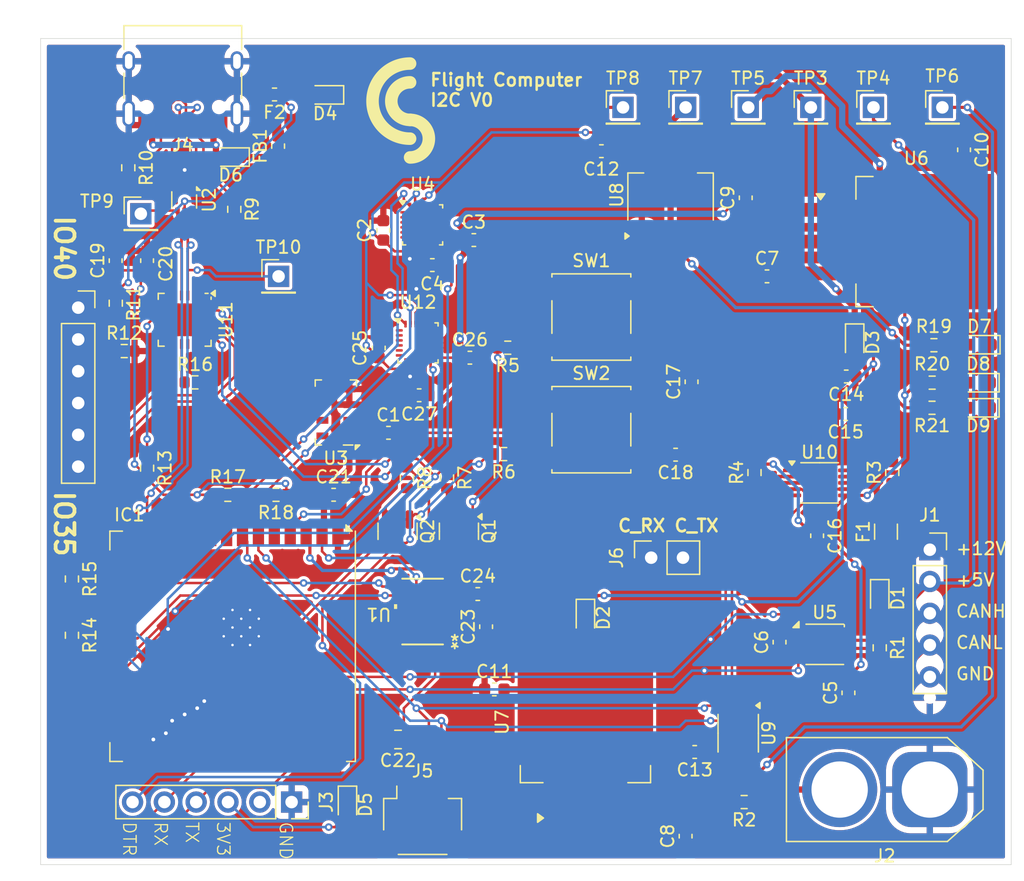
<source format=kicad_pcb>
(kicad_pcb (version 20240108) (generator "pcbnew") (generator_version "8.0")
  (layers (0 "F.Cu" signal) (31 "B.Cu" signal) (34 "B.Paste" user) (35 "F.Paste" user) (36 "B.SilkS" user "B.Silkscreen") (37 "F.SilkS" user "F.Silkscreen") (38 "B.Mask" user) (39 "F.Mask" user) (44 "Edge.Cuts" user))
  (net 0 "")
  (net 1 "GND")
  (net 2 "+3V3")
  (net 3 "+1V8")
  (net 4 "Net-(U4-REGOUT)")
  (net 5 "+5V")
  (net 6 "/Power/V_BATT")
  (net 7 "/Power/5V_LDO")
  (net 8 "/Power/V_BUS_Out")
  (net 9 "Net-(C17-Pad2)")
  (net 10 "Net-(C18-Pad2)")
  (net 11 "Net-(U12-REGOUT)")
  (net 12 "5V_BUS")
  (net 13 "Net-(D1-K)")
  (net 14 "/Flashing/V_USB")
  (net 15 "Net-(D5-A)")
  (net 16 "Net-(D6-K)")
  (net 17 "/Flashing/VBUS")
  (net 18 "Net-(D7-A)")
  (net 19 "Net-(D8-A)")
  (net 20 "Net-(D9-A)")
  (net 21 "Net-(U10-Vbus)")
  (net 22 "Net-(F2-Pad2)")
  (net 23 "/Flashing/D+")
  (net 24 "/CAN Bus/CAN_TX")
  (net 26 "/MCU/INA_ALERT")
  (net 27 "/ICM20948 IMU1/ICM_INT")
  (net 28 "/ADXL375/SCL")
  (net 32 "/Flashing/D-")
  (net 35 "/ADXL375/ADXL_INT2")
  (net 37 "/CAN Bus/CAN_RX")
  (net 38 "/ADXL375/ADXL_INT1")
  (net 40 "/Flashing/EN")
  (net 45 "/Flashing/RX0")
  (net 46 "/Flashing/IO0")
  (net 47 "/Flashing/TX0")
  (net 48 "/ICM20948 IMU/ICM_INT")
  (net 50 "/ADXL375/SDA")
  (net 52 "CANL")
  (net 53 "CANH")
  (net 55 "/Power/BATT_INPUT")
  (net 57 "/Flashing/DTR")
  (net 58 "/Flashing/USB+")
  (net 59 "/Flashing/USB-")
  (net 60 "/Flashing/CC1")
  (net 63 "/Flashing/CC2")
  (net 64 "/Flashing/RTS")
  (net 65 "Net-(Q1-B)")
  (net 66 "Net-(Q2-B)")
  (net 67 "Net-(U11-VBUS)")
  (net 68 "Net-(U11-~{RST})")
  (net 69 "/Flashing/TXD")
  (net 70 "/Flashing/RXD")
  (net 71 "Net-(U11-~{SUSPEND})")
  (net 116 "/MCU/IO39")
  (net 117 "/MCU/IO37")
  (net 118 "/MCU/IO36")
  (net 119 "/MCU/IO38")
  (net 120 "/MCU/IO40")
  (net 121 "/MCU/IO35")
  (footprint "Resistor_SMD:R_0603_1608Metric" (layer "F.Cu") (at 223.6864 111.4937 180)
    (property "Reference" "R20")
    (property "Value" "1k")
  )
  (footprint "Capacitor_SMD:C_0603_1608Metric" (layer "F.Cu") (at 188.0709 130.9913 90)
    (property "Reference" "C23")
    (property "Value" "1uF")
  )
  (footprint "Capacitor_SMD:C_0603_1608Metric" (layer "F.Cu") (at 161 101.745 90)
    (property "Reference" "C20")
    (property "Value" "4.7uF")
  )
  (footprint "Capacitor_SMD:C_0603_1608Metric" (layer "F.Cu") (at 175.895 120.4506)
    (property "Reference" "C21")
    (property "Value" "0.1uF")
  )
  (footprint "Capacitor_SMD:C_0603_1608Metric" (layer "F.Cu") (at 210.5 103)
    (property "Reference" "C7")
    (property "Value" "10uF")
  )
  (footprint "Connector_PinHeader_2.54mm:PinHeader_1x01_P2.54mm_Vertical" (layer "F.Cu") (at 160.5 98)
    (property "Reference" "TP9")
    (property "Value" "D-")
  )
  (footprint "Capacitor_SMD:C_0603_1608Metric" (layer "F.Cu") (at 158.49 101.745 90)
    (property "Reference" "C19")
    (property "Value" ".1uF")
  )
  (footprint "Capacitor_SMD:C_0603_1608Metric" (layer "F.Cu") (at 186.775 109.5)
    (property "Reference" "C26")
    (property "Value" "0.1uF")
  )
  (footprint "Package_LGA:LGA-8_3x5mm_P1.25mm" (layer "F.Cu") (at 176.075 113.875 180)
    (property "Reference" "U3")
    (property "Value" "MS5607-02BA")
  )
  (footprint "Capacitor_SMD:C_0603_1608Metric" (layer "F.Cu") (at 211.5 132.225 90)
    (property "Reference" "C6")
    (property "Value" "0.1uF")
  )
  (footprint "Resistor_SMD:R_0603_1608Metric" (layer "F.Cu") (at 219.5 132.675 -90)
    (property "Reference" "R1")
    (property "Value" "120")
  )
  (footprint "Capacitor_SMD:C_0603_1608Metric" (layer "F.Cu") (at 188.725 136)
    (property "Reference" "C11")
    (property "Value" "10uF")
  )
  (footprint "Fuse:Fuse_0603_1608Metric" (layer "F.Cu") (at 171.175 88.47 180)
    (property "Reference" "F2")
    (property "Value" "5V/3A")
  )
  (footprint "Sensor_Motion:InvenSense_QFN-24_3x3mm_P0.4mm" (layer "F.Cu") (at 183 98.885)
    (property "Reference" "U4")
    (property "Value" "ICM-20948")
  )
  (footprint "Inductor_SMD:L_0603_1608Metric_Pad1.05x0.95mm_HandSolder" (layer "F.Cu") (at 171.4625 92.595 90)
    (property "Reference" "FB1")
    (property "Value" "BLM21PG221")
  )
  (footprint "Package_SO:VSSOP-10_3x3mm_P0.5mm" (layer "F.Cu") (at 208.2 139.5 -90)
    (property "Reference" "U9")
    (property "Value" "INA233")
  )
  (footprint "Package_DFN_QFN:DFN-8-1EP_3x3mm_P0.65mm_EP1.55x2.4mm" (layer "F.Cu") (at 215.1125 132.4)
    (property "Reference" "U5")
    (property "Value" "MCP2542FDxMF")
  )
  (footprint "Capacitor_SMD:C_0603_1608Metric" (layer "F.Cu") (at 179.5 108.725 -90)
    (property "Reference" "C25")
    (property "Value" "0.1uF")
  )
  (footprint "Capacitor_SMD:C_0805_2012Metric_Pad1.18x1.45mm_HandSolder" (layer "F.Cu") (at 181.0375 140 180)
    (property "Reference" "C22")
    (property "Value" "22u")
  )
  (footprint "Resistor_SMD:R_0603_1608Metric" (layer "F.Cu") (at 159.5 94.325 -90)
    (property "Reference" "R10")
    (property "Value" "5.1k")
  )
  (footprint "Fuse:Fuse_1206_3216Metric" (layer "F.Cu") (at 220 123.4 90)
    (property "Reference" "F1")
    (property "Value" "Polyfuse")
  )
  (footprint "Connector_PinSocket_2.54mm:PinSocket_1x06_P2.54mm_Vertical" (layer "F.Cu") (at 155.5 105.5)
    (property "Reference" "J7" (hide yes))
    (property "Value" "Conn_01x06_Pin")
  )
  (footprint "Capacitor_SMD:C_0603_1608Metric" (layer "F.Cu") (at 226.232118 92.89138 -90)
    (property "Reference" "C10")
    (property "Value" "10uF")
  )
  (footprint "Button_Switch_SMD:SW_SPST_B3S-1000" (layer "F.Cu") (at 196.475 106.25)
    (property "Reference" "SW1")
    (property "Value" "EN")
  )
  (footprint "Diode_SMD:D_0603_1608Metric" (layer "F.Cu") (at 219.5 128.7125 -90)
    (property "Reference" "D1")
    (property "Value" "D")
  )
  (footprint "Capacitor_SMD:C_0603_1608Metric" (layer "F.Cu") (at 182.725 112.5)
    (property "Reference" "C27")
    (property "Value" "0.1uF")
  )
  (footprint "Diode_SMD:D_0603_1608Metric" (layer "F.Cu") (at 167.675 93.47 180)
    (property "Reference" "D6")
    (property "Value" "D")
  )
  (footprint "Package_TO_SOT_SMD:SOT-23" (layer "F.Cu") (at 185.9 123.365552 -90)
    (property "Reference" "Q1")
    (property "Value" "NPN")
  )
  (footprint "LED_SMD:LED_0603_1608Metric_Pad1.05x0.95mm_HandSolder" (layer "F.Cu") (at 227.375 111.5 180)
    (property "Reference" "D8")
    (property "Value" "GREEN")
  )
  (footprint "Connector_PinSocket_2.54mm:PinSocket_1x06_P2.54mm_Vertical" (layer "F.Cu") (at 172.54 145 -90)
    (property "Reference" "J3")
    (property "Value" "Conn_01x06_Pin")
  )
  (footprint "Connector_PinHeader_2.54mm:PinHeader_1x01_P2.54mm_Vertical" (layer "F.Cu") (at 204 89.5)
    (property "Reference" "TP7")
    (property "Value" "1V8")
  )
  (footprint "Resistor_SMD:R_0603_1608Metric" (layer "F.Cu") (at 209.5 118.675 90)
    (property "Reference" "R4")
    (property "Value" "1k")
  )
  (footprint "Resistor_SMD:R_0603_1608Metric" (layer "F.Cu") (at 208.675 145 180)
    (property "Reference" "R2")
    (property "Value" "200m")
  )
  (footprint "Diode_SMD:D_0603_1608Metric" (layer "F.Cu") (at 196 130.2875 -90)
    (property "Reference" "D2")
    (property "Value" "D")
  )
  (footprint "Capacitor_SMD:C_0603_1608Metric" (layer "F.Cu") (at 203.2 117.25 180)
    (property "Reference" "C18")
    (property "Value" "0.1uF")
  )
  (footprint "Resistor_SMD:R_0603_1608Metric" (layer "F.Cu") (at 167.445 120.4506)
    (property "Reference" "R17")
    (property "Value" "4.7k")
  )
  (footprint "Package_TO_SOT_SMD:SOT-23" (layer "F.Cu") (at 181 123.365552 -90)
    (property "Reference" "Q2")
    (property "Value" "NPN")
  )
  (footprint "Connector_USB:USB_C_Receptacle_HRO_TYPE-C-31-M-12" (layer "F.Cu") (at 163.8525 86.87 180)
    (property "Reference" "J4")
    (property "Value" "USB_C_Receptacle_USB2.0")
  )
  (footprint "Package_TO_SOT_SMD:SOT-666" (layer "F.Cu") (at 163.9625 96.895 -90)
    (property "Reference" "U2")
    (property "Value" "USBLC6-2P6")
  )
  (footprint "RF_Module:ESP32-S3-WROOM-1U" (layer "F.Cu") (at 167.83 132.555 -90)
    (property "Reference" "IC1")
    (property "Value" "ESP32-S3-WROOM-1U-N16")
  )
  (footprint "Resistor_SMD:R_0603_1608Metric" (layer "F.Cu") (at 155 131.675 -90)
    (property "Reference" "R14")
    (property "Value" "22")
  )
  (footprint "Sensor_Motion:LGA_CC-14-1_ADI" (layer "F.Cu") (at 183 129.7815 180)
    (property "Reference" "U1")
    (property "Value" "ADXL375BCCZ-RL7")
  )
  (footprint "Connector_JST:JST_SH_SM04B-SRSS-TB_1x04-1MP_P1.00mm_Horizontal" (layer "F.Cu") (at 183 146.5)
    (property "Reference" "J5")
    (property "Value" "Conn_01x04")
  )
  (footprint "Capacitor_SMD:C_0603_1608Metric" (layer "F.Cu") (at 180.275 115.5)
    (property "Reference" "C1")
    (property "Value" "0.1uF")
  )
  (footprint "Connector_PinSocket_2.54mm:PinSocket_1x05_P2.54mm_Vertical" (layer "F.Cu") (at 223.5 124.84)
    (property "Reference" "J1")
    (property "Value" "Conn_01x05_Socket")
  )
  (footprint "Connector_PinHeader_2.54mm:PinHeader_1x01_P2.54mm_Vertical" (layer "F.Cu") (at 224.5 89.5)
    (property "Reference" "TP6")
    (property "Value" "V_BATT")
  )
  (footprint "Resistor_SMD:R_0603_1608Metric" (layer "F.Cu") (at 181.75 119.103052 -90)
    (property "Reference" "R8")
    (property "Value" "12k")
  )
  (footprint "Capacitor_SMD:C_0603_1608Metric" (layer "F.Cu") (at 214.5 123.725 -90)
    (property "Reference" "C16")
    (property "Value" "0.1uF")
  )
  (footprint "Button_Switch_SMD:SW_SPST_B3S-1000" (layer "F.Cu") (at 196.475 115.25)
    (property "Reference" "SW2")
    (property "Value" "BOOT")
  )
  (footprint "Resistor_SMD:R_0603_1608Metric" (layer "F.Cu") (at 158.5 105.145 -90)
    (property "Reference" "R11")
    (property "Value" "22.1k")
  )
  (footprint "Resistor_SMD:R_0603_1608Metric" (layer "F.Cu") (at 220.5 118.675 90)
    (property "Reference" "R3")
    (property "Value" "200m")
  )
  (footprint "Package_TO_SOT_SMD:TO-263-3_TabPin2" (layer "F.Cu") (at 196 138.625 90)
    (property "Reference" "U7")
    (property "Value" "LM1085-5.0")
  )
  (footprint "Sensor_Motion:InvenSense_QFN-24_3x3mm_P0.4mm" (layer "F.Cu") (at 182.635 108.315)
    (property "Reference" "U12")
    (property "Value" "ICM-20948")
  )
  (footprint "Connector_PinHeader_2.54mm:PinHeader_1x01_P2.54mm_Vertical" (layer "F.Cu") (at 209 89.5)
    (property "Reference" "TP5")
    (property "Value" "3V3")
  )
  (footprint "Connector_PinHeader_2.54mm:PinHeader_1x01_P2.54mm_Vertical" (layer "F.Cu") (at 171.5 103)
    (property "Reference" "TP10")
    (property "Value" "D+")
  )
  (footprint "Resistor_SMD:R_0603_1608Metric" (layer "F.Cu") (at 171.295 120.4506 180)
    (property "Reference" "R18")
    (property "Value" "4.7k")
  )
  (footprint "Capacitor_SMD:C_0603_1608Metric" (layer "F.Cu") (at 216.825 111 180)
    (property "Reference" "C14")
    (property "Value" "47uF")
  )
  (footprint "Resistor_SMD:R_0603_1608Metric" (layer "F.Cu") (at 164.825 111.47)
    (property "Reference" "R16")
    (property "Value" "1k")
  )
  (footprint "Diode_SMD:D_0603_1608Metric" (layer "F.Cu") (at 175.2125 88.5 180)
    (property "Reference" "D4")
    (property "Value" "D")
  )
  (footprint "Capacitor_SMD:C_0603_1608Metric" (layer "F.Cu") (at 183.775 102.1)
    (property "Reference" "C4")
    (property "Value" "0.1uF")
  )
  (footprint "Capacitor_SMD:C_0603_1608Metric" (layer "F.Cu") (at 179.865 99.325 -90)
    (property "Reference" "C2")
    (property "Value" "0.1uF")
  )
  (footprint "Resistor_SMD:R_0603_1608Metric" (layer "F.Cu") (at 167.9625 97.645 -90)
    (property "Reference" "R9")
    (property "Value" "5.1k")
  )
  (footprint "Resistor_SMD:R_0603_1608Metric" (layer "F.Cu") (at 184.95 119.103052 -90)
    (property "Reference" "R7")
    (property "Value" "12k")
  )
  (footprint "LED_SMD:LED_0603_1608Metric_Pad1.05x0.95mm_HandSolder" (layer "F.Cu") (at 227.375 113.5 180)
    (property "Reference" "D9")
    (property "Value" "GREEN")
  )
  (footprint "Package_TO_SOT_SMD:TO-263-3_TabPin2" (layer "F.Cu") (at 222.425 100.225)
    (property "Reference" "U6")
    (property "Value" "LM1085-3.3")
  )
  (footprint "Connector_PinHeader_2.54mm:PinHeader_1x01_P2.54mm_Vertical" (layer "F.Cu") (at 219 89.5)
    (property "Reference" "TP4")
    (property "Value" "V_BUS")
  )
  (footprint "Resistor_SMD:R_0603_1608Metric" (layer "F.Cu") (at 161 118.325 -90)
    (property "Reference" "R13")
    (property "Value" "1k")
  )
  (footprint "Resistor_SMD:R_0603_1608Metric" (layer "F.Cu") (at 189.8 108.7 180)
    (property "Reference" "R5")
    (property "Value" "0")
  )
  (footprint "Diode_SMD:D_0603_1608Metric" (layer "F.Cu") (at 217.5 108.2875 -90)
    (property "Reference" "D3")
    (property "Value" "D")
  )
  (footprint "Capacitor_SMD:C_0603_1608Metric" (layer "F.Cu") (at 208.8 96.725 90)
    (property "Reference" "C9")
    (property "Value" "10uF")
  )
  (footprint "Package_TO_SOT_SMD:SOT-223-3_TabPin2" (layer "F.Cu") (at 202.8 96.65 90)
    (property "Reference" "U8")
    (property "Value" "AMS1117-1.8")
  )
  (footprint "Capacitor_SMD:C_0603_1608Metric" (layer "F.Cu") (at 204.475 111.425 90)
    (property "Reference" "C17")
    (property "Value" "0.1uF")
  )
  (footprint "Capacitor_SMD:C_0603_1608Metric" (layer "F.Cu") (at 197.275 93 180)
    (property "Reference" "C12")
    (property "Value" "22uF")
  )
  (footprint "Capacitor_SMD:C_0603_1608Metric" (layer "F.Cu") (at 216.775 114 180)
    (property "Reference" "C15")
    (property "Value" "0.1uF")
  )
  (footprint "LED_SMD:LED_0603_1608Metric_Pad1.05x0.95mm_HandSolder" (layer "F.Cu") (at 227.4486 108.4604 180)
    (property "Reference" "D7")
    (property "Value" "GREEN")
  )
  (footprint "Capacitor_SMD:C_0603_1608Metric" (layer "F.Cu") (at 187.09 100.1)
    (property "Reference" "C3")
    (property "Value" "0.1uF")
  )
  (footprint "Resistor_SMD:R_0603_1608Metric" (layer "F.Cu") (at 223.675 113.5 180)
    (property "Reference" "R21")
    (property "Value" "1k")
  )
  (footprint "Resistor_SMD:R_0603_1608Metric" (layer "F.Cu") (at 159.175 108.97)
    (property "Reference" "R12")
    (property "Value" "47.5k")
  )
  (footprint "Capacitor_SMD:C_0603_1608Metric" (layer "F.Cu") (at 204.725 141 180)
    (property "Reference" "C13")
    (property "Value" "0.1uF")
  )
  (footprint "Capacitor_SMD:C_0603_1608Metric" (layer "F.Cu") (at 204 147.725 90)
    (property "Reference" "C8")
    (property "Value" "10uF")
  )
  (footprint "Capacitor_SMD:C_0603_1608Metric" (layer "F.Cu") (at 217 136.275 90)
    (property "Reference" "C5")
    (property "Value" "0.1uF")
  )
  (footprint "Connector_AMASS:AMASS_XT60-M_1x02_P7.20mm_Vertical" (layer "F.Cu") (at 223.5 144 180)
    (property "Reference" "J2")
    (property "Value" "Conn_01x02")
  )
  (footprint "Resistor_SMD:R_0603_1608Metric" (layer "F.Cu") (at 223.825 108.5 180)
    (property "Reference" "R19")
    (property "Value" "220")
  )
  (footprint "Connector_PinHeader_2.54mm:PinHeader_1x01_P2.54mm_Vertical" (layer "F.Cu") (at 214 89.5)
    (property "Reference" "TP3")
    (property "Value" "5V")
  )
  (footprint "Connector_PinSocket_2.54mm:PinSocket_1x02_P2.54mm_Vertical" (layer "F.Cu") (at 201.25 125.475 90)
    (property "Reference" "J6")
    (property "Value" "Conn_01x02_Socket")
  )
  (footprint "Diode_SMD:D_0603_1608Metric" (layer "F.Cu") (at 177 145.2125 -90)
    (property "Reference" "D5")
    (property "Value" "D")
  )
  (footprint "Package_DFN_QFN:QFN-24-1EP_4x4mm_P0.5mm_EP2.6x2.6mm" (layer "F.Cu") (at 164 106.47 -90)
    (property "Reference" "U11")
    (property "Value" "CP2102N-Axx-xQFN24")
  )
  (footprint "Resistor_SMD:R_0603_1608Metric" (layer "F.Cu") (at 189.475 117.2 180)
    (property "Reference" "R6")
    (property "Value" "0")
  )
  (footprint "Connector_PinHeader_2.54mm:PinHeader_1x01_P2.54mm_Vertical" (layer "F.Cu") (at 199 89.5)
    (property "Reference" "TP8")
    (property "Value" "V_USB")
  )
  (footprint "Package_SO:VSSOP-10_3x3mm_P0.5mm" (layer "F.Cu") (at 214.7 119.5)
    (property "Reference" "U10")
    (property "Value" "INA233")
  )
  (footprint "Resistor_SMD:R_0603_1608Metric" (layer "F.Cu") (at 155 127.175 -90)
    (property "Reference" "R15")
    (property "Value" "22")
  )
  (footprint "Capacitor_SMD:C_0603_1608Metric" (layer "F.Cu") (at 187.4041 128.3815)
    (property "Reference" "C24")
    (property "Value" "0.1uF")
  )
  (gr_arc (start 182 90.5) (mid 180.5 89) (end 182 87.5) (stroke (width 1)) (layer "F.SilkS"))
  (gr_arc (start 182 90.5) (mid 183.5 92) (end 182 93.5) (stroke (width 1)) (layer "F.SilkS"))
  (gr_arc (start 182 92) (mid 179 89) (end 182 86) (stroke (width 1)) (layer "F.SilkS"))
  (gr_line (start 230 84) (end 152.5 84) (stroke (width 0.05)) (layer "Edge.Cuts"))
  (gr_line (start 230 150) (end 230 84) (stroke (width 0.05)) (layer "Edge.Cuts"))
  (gr_line (start 152.5 150) (end 230 150) (stroke (width 0.05)) (layer "Edge.Cuts"))
  (gr_line (start 152.5 84) (end 152.5 150) (stroke (width 0.05)) (layer "Edge.Cuts"))
  (gr_text "3V3" (at 166.5 146.5 -90) (layer "F.SilkS") (effects (font (size 1 1) (thickness 0.1)) (justify left bottom)))
  (gr_text "IO35" (at 153.5 120 270) (layer "F.SilkS") (effects (font (size 1.5 1.5) (thickness 0.3) (bold yes)) (justify left bottom)))
  (gr_text "IO40" (at 153.5 98 270) (layer "F.SilkS") (effects (font (size 1.5 1.5) (thickness 0.3) (bold yes)) (justify left bottom)))
  (gr_text "CANH" (at 225.5 130.34 0) (layer "F.SilkS") (effects (font (size 1 1)) (justify left bottom)))
  (gr_text "CANL" (at 225.5 132.84 0) (layer "F.SilkS") (effects (font (size 1 1)) (justify left bottom)))
  (gr_text "DTR" (at 159 146.5 -90) (layer "F.SilkS") (effects (font (size 1 1) (thickness 0.1)) (justify left bottom)))
  (gr_text "GND" (at 225.5 135.34 0) (layer "F.SilkS") (effects (font (size 1 1)) (justify left bottom)))
  (gr_text "GND" (at 171.5 146.5 -90) (layer "F.SilkS") (effects (font (size 1 1) (thickness 0.1)) (justify left bottom)))
  (gr_text "C_RX" (at 198.5 123.5 0) (layer "F.SilkS") (effects (font (size 1 1) (thickness 0.2) (bold yes)) (justify left bottom)))
  (gr_text "RX" (at 161.5 146.5 -90) (layer "F.SilkS") (effects (font (size 1 1) (thickness 0.1)) (justify left bottom)))
  (gr_text "+5V" (at 225.5 127.84 0) (layer "F.SilkS") (effects (font (size 1 1)) (justify left bottom)))
  (gr_text "Flight Computer \nI2C V0" (at 183.5 89.5 0) (layer "F.SilkS") (effects (font (size 1 1) (thickness 0.2) (bold yes)) (justify left bottom)))
  (gr_text "C_TX" (at 203 123.5 0) (layer "F.SilkS") (effects (font (size 1 1) (thickness 0.2) (bold yes)) (justify left bottom)))
  (gr_text "TX" (at 164 146.5 -90) (layer "F.SilkS") (effects (font (size 1 1) (thickness 0.1)) (justify left bottom)))
  (gr_text "+12V" (at 225.5 125.34 0) (layer "F.SilkS") (effects (font (size 1 1)) (justify left bottom)))
  (segment (start 184.135 107.315) (end 184.135 106.54364) (width 0.2) (layer "F.Cu") (net 1))
  (segment (start 182.435 109.815) (end 182.435 110.565) (width 0.2) (layer "F.Cu") (net 1))
  (segment (start 182.435 110.565) (end 182 111) (width 0.2) (layer "F.Cu") (net 1))
  (segment (start 183.6 101.15) (end 183.6 100.385) (width 0.2) (layer "F.Cu") (net 1))
  (segment (start 184.55 102.1) (end 183.6 101.15) (width 0.2) (layer "F.Cu") (net 1))
  (segment (start 183.235 106.44364) (end 183.235 106.815) (width 0.2) (layer "F.Cu") (net 1))
  (segment (start 182.8 100.385) (end 182.8 100.922046) (width 0.2) (layer "F.Cu") (net 1))
  (segment (start 184.135 106.54364) (end 183.83136 106.24) (width 0.2) (layer "F.Cu") (net 1))
  (segment (start 184.4 102.1) (end 182.5 104) (width 0.254) (layer "F.Cu") (net 1))
  (segment (start 212.125 132.075) (end 211.5 131.45) (width 0.254) (layer "F.Cu") (net 1))
  (segment (start 215.1125 132.4) (end 214.7875 132.075) (width 0.254) (layer "F.Cu") (net 1))
  (segment (start 182.8 100.922046) (end 182.122046 101.6) (width 0.2) (layer "F.Cu") (net 1))
  (segment (start 183.83136 106.24) (end 183.43864 106.24) (width 0.2) (layer "F.Cu") (net 1))
  (segment (start 183.235 112.235) (end 183.5 112.5) (width 0.2) (layer "F.Cu") (net 1))
  (segment (start 163.9625 94.5375) (end 164 94.5) (width 0.254) (layer "F.Cu") (net 1))
  (segment (start 214.7875 132.075) (end 213.5625 132.075) (width 0.254) (layer "F.Cu") (net 1))
  (segment (start 213.5625 132.075) (end 212.125 132.075) (width 0.254) (layer "F.Cu") (net 1))
  (segment (start 182.122046 101.6) (end 181.97728 101.6) (width 0.2) (layer "F.Cu") (net 1))
  (segment (start 183.43864 106.24) (end 183.235 106.44364) (width 0.2) (layer "F.Cu") (net 1))
  (segment (start 184.55 102.1) (end 184.4 102.1) (width 0.254) (layer "F.Cu") (net 1))
  (segment (start 163.9625 95.97) (end 163.9625 94.5375) (width 0.254) (layer "F.Cu") (net 1))
  (segment (start 183.235 109.815) (end 183.235 112.235) (width 0.2) (layer "F.Cu") (net 1))
  (via (at 164 94.5) (size 0.6) (drill 0.3) (layers "F.Cu" "B.Cu") (net 1))
  (via (at 181.97728 101.6) (size 0.6) (drill 0.3) (layers "F.Cu" "B.Cu") (net 1))
  (via (at 182 111) (size 0.6) (drill 0.3) (layers "F.Cu" "B.Cu") (net 1))
  (via (at 182.5 104) (size 0.6) (drill 0.3) (layers "F.Cu" "B.Cu") (net 1))
  (segment (start 217.5 125.95) (end 214.5 122.95) (width 0.254) (layer "F.Cu") (net 2))
  (segment (start 186 111.5) (end 183.5 114) (width 0.5) (layer "F.Cu") (net 2))
  (segment (start 214.5 122.9) (end 216.9 120.5) (width 0.254) (layer "F.Cu") (net 2))
  (segment (start 184.32 109.5) (end 184.135 109.315) (width 0.2) (layer "F.Cu") (net 2))
  (segment (start 162.3006 120.4506) (end 161 119.15) (width 0.2) (layer "F.Cu") (net 2))
  (segment (start 184.715 100.1) (end 184.5 99.885) (width 0.2) (layer "F.Cu") (net 2))
  (segment (start 206.2 141.7) (end 205.5 141) (width 0.254) (layer "F.Cu") (net 2))
  (segment (start 181 114) (end 179.5 115.5) (width 0.5) (layer "F.Cu") (net 2))
  (segment (start 172.12 120.4506) (end 175.12 120.4506) (width 0.2) (layer "F.Cu") (net 2))
  (segment (start 217 135) (end 218 134) (width 0.254) (layer "F.Cu") (net 2))
  (segment (start 186.315 99.315) (end 185.75 98.75) (width 0.5) (layer "F.Cu") (net 2))
  (segment (start 217.5 126) (end 217.5 125.95) (width 0.254) (layer "F.Cu") (net 2))
  (segment (start 174.97 124.97) (end 175.5 125.5) (width 0.2) (layer "F.Cu") (net 2))
  (segment (start 227 94.434262) (end 227 96.8) (width 0.5) (layer "F.Cu") (net 2))
  (segment (start 181.274999 146.5) (end 182.5 145.274999) (width 0.2) (layer "F.Cu") (net 2))
  (segment (start 184.87136 99.885) (end 184.5 99.885) (width 0.2) (layer "F.Cu") (net 2))
  (segment (start 214.775 100.225) (end 223.925 100.225) (width 0.5) (layer "F.Cu") (net 2))
  (segment (start 186.315 100.1) (end 186.315 99.315) (width 0.5) (layer "F.Cu") (net 2))
  (segment (start 186.6291 128.3815) (end 186.6291 130.3245) (width 0.2) (layer "F.Cu") (net 2))
  (segment (start 161 102.52) (end 161 102.7825) (width 0.2) (layer "F.Cu") (net 2))
  (segment (start 216.9 120.5) (end 218.5 120.5) (width 0.254) (layer "F.Cu") (net 2))
  (segment (start 208.8 97.5) (end 207.5 97.5) (width 0.2) (layer "F.Cu") (net 2))
  (segment (start 208.5 97.5) (end 206.2 99.8) (width 0.2) (layer "F.Cu") (net 2))
  (segment (start 217 133.7125) (end 216.6625 133.375) (width 0.254) (layer "F.Cu") (net 2))
  (segment (start 207.2 141.7) (end 207.2 140.904408) (width 0.254) (layer "F.Cu") (net 2))
  (segment (start 186 108) (end 186 111) (width 0.5) (layer "F.Cu") (net 2))
  (segment (start 212.604408 135.5) (end 217 135.5) (width 0.254) (layer "F.Cu") (net 2))
  (segment (start 184.370901 131.781501) (end 184 132.152402) (width 0.2) (layer "F.Cu") (net 2))
  (segment (start 172.12 120.4506) (end 172.12 119.62) (width 0.2) (layer "F.Cu") (net 2))
  (segment (start 227 96.8) (end 226.35 97.45) (width 0.5) (layer "F.Cu") (net 2))
  (segment (start 188.0709 131.7663) (end 184.386102 131.7663) (width 0.2) (layer "F.Cu") (net 2))
  (segment (start 182.5 140.425) (end 182.075 140) (width 0.2) (layer "F.Cu") (net 2))
  (segment (start 186.315 100.1) (end 184.715 100.1) (width 0.2) (layer "F.Cu") (net 2))
  (segment (start 184.386102 131.7663) (end 184.370901 131.781501) (width 0.2) (layer "F.Cu") (net 2))
  (segment (start 177 144.425) (end 177.925 144.425) (width 0.2) (layer "F.Cu") (net 2))
  (segment (start 186 108) (end 186 109.5) (width 0.2) (layer "F.Cu") (net 2))
  (segment (start 222.5063 111.4937) (end 221.5 112.5) (width 0.254) (layer "F.Cu") (net 2))
  (segment (start 211 118) (end 209.65 118) (width 0.254) (layer "F.Cu") (net 2))
  (segment (start 182.5 145.274999) (end 182.5 144.5) (width 0.2) (layer "F.Cu") (net 2))
  (segment (start 222.8614 111.4937) (end 222.5063 111.4937) (width 0.254) (layer "F.Cu") (net 2))
  (segment (start 206.2 99.8) (end 205.1 99.8) (width 0.2) (layer "F.Cu") (net 2))
  (segment (start 186.315 100.1) (end 186.315 101.185) (width 0.5) (layer "F.Cu") (net 2))
  (segment (start 177.4 115.5) (end 177.15 115.75) (width 0.5) (layer "F.Cu") (net 2))
  (segment (start 219.5 95.45) (end 221.5 97.45) (width 0.5) (layer "F.Cu") (net 2))
  (segment (start 217 135.5) (end 217 135) (width 0.254) (layer "F.Cu") (net 2))
  (segment (start 213.45 122.95) (end 213 122.5) (width 0.254) (layer "F.Cu") (net 2))
  (segment (start 180 146.5) (end 181.274999 146.5) (width 0.2) (layer "F.Cu") (net 2))
  (segment (start 183.5 114) (end 181 114) (width 0.5) (layer "F.Cu") (net 2))
  (segment (start 177.15 117.85) (end 177.15 118.4206) (width 0.5) (layer "F.Cu") (net 2))
  (segment (start 186 111) (end 186 109.5) (width 0.2) (layer "F.Cu") (net 2))
  (segment (start 186 111) (end 186 111.5) (width 0.5) (layer "F.Cu") (net 2))
  (segment (start 175.12 120.4506) (end 175.12 123.655) (width 0.5) (layer "F.Cu") (net 2))
  (segment (start 161 119) (end 160 118) (width 0.2) (layer "F.Cu") (net 2))
  (segment (start 184.370901 127.781501) (end 185.281501 127.781501) (width 0.2) (layer "F.Cu") (net 2))
  (segment (start 177.925 144.425) (end 180 146.5) (width 0.2) (layer "F.Cu") (net 2))
  (segment (start 186.6291 130.3245) (end 188.0709 131.7663) (width 0.2) (layer "F.Cu") (net 2))
  (segment (start 214.5 122.95) (end 214.5 122.9) (width 0.254) (layer "F.Cu") (net 2))
  (segment (start 217 135.5) (end 217 133.7125) (width 0.254) (layer "F.Cu") (net 2))
  (segment (start 161 102.7825) (end 162.75 104.5325) (width 0.2) (layer "F.Cu") (net 2))
  (segment (start 158.49 102.52) (end 161 102.52) (width 0.2) (layer "F.Cu") (net 2))
  (segment (start 160.5 104) (end 160.5 103.02) (width 0.2) (layer "F.Cu") (net 2))
  (segment (start 184 132.152402) (end 184 135) (width 0.2) (layer "F.Cu") (net 2))
  (segment (start 177.15 115.75) (end 177.15 114.5) (width 0.2) (layer "F.Cu") (net 2))
  (segment (start 214.5 122.95) (end 213.45 122.95) (width 0.254) (layer "F.Cu") (net 2))
  (segment (start 161 119.15) (end 161 119) (width 0.2) (layer "F.Cu") (net 2))
  (segment (start 209.65 118) (end 209.5 117.85) (width 0.254) (layer "F.Cu") (net 2))
  (segment (start 186 109.5) (end 184.32 109.5) (width 0.2) (layer "F.Cu") (net 2))
  (segment (start 165 120.4506) (end 162.3006 120.4506) (width 0.2) (layer "F.Cu") (net 2))
  (segment (start 182.5 127.563002) (end 183 128.063002) (width 0.2) (layer "F.Cu") (net 2))
  (segment (start 175.12 123.655) (end 174.97 123.805) (width 0.5) (layer "F.Cu") (net 2))
  (segment (start 207.2 141.7) (end 206.2 141.7) (width 0.254) (layer "F.Cu") (net 2))
  (segment (start 185.281501 127.781501) (end 185.8815 128.3815) (width 0.2) (layer "F.Cu") (net 2))
  (segment (start 211.525 100.225) (end 208.8 97.5) (width 0.2) (layer "F.Cu") (net 2))
  (segment (start 181.5 139.425) (end 182.075 140) (width 0.2) (layer "F.Cu") (net 2))
  (segment (start 181.5 137.5) (end 181.5 139.425) (width 0.2) (layer "F.Cu") (net 2))
  (segment (start 172.12 119.62) (end 172.049265 119.549265) (width 0.2) (layer "F.Cu") (net 2))
  (segment (start 160.5 103.02) (end 161 102.52) (width 0.2) (layer "F.Cu") (net 2))
  (segment (start 207.5 97.5) (end 207 98) (width 0.2) (layer "F.Cu") (net 2))
  (segment (start 208.8 97.5) (end 208.5 97.5) (width 0.2) (layer "F.Cu") (net 2))
  (segment (start 186.315 101.185) (end 186 101.5) (width 0.5) (layer "F.Cu") (net 2))
  (segment (start 183 128.063002) (end 183.281501 127.781501) (width 0.2) (layer "F.Cu") (net 2))
  (segment (start 162.75 104.5325) (end 162.0625 105.22) (width 0.2) (layer "F.Cu") (net 2))
  (segment (start 184 135) (end 181.5 137.5) (width 0.2) (layer "F.Cu") (net 2))
  (segment (start 166.62 120.4506) (end 165 120.4506) (width 0.2) (layer "F.Cu") (net 2))
  (segment (start 226.232118 93.66638) (end 227 94.434262) (width 0.5) (layer "F.Cu") (net 2))
  (segment (start 174.97 123.805) (end 174.97 124.97) (width 0.2) (layer "F.Cu") (net 2))
  (segment (start 183.281501 127.781501) (end 184.370901 127.781501) (width 0.2) (layer "F.Cu") (net 2))
  (segment (start 219.5 94) (end 219.5 95.45) (width 0.5) (layer "F.Cu") (net 2))
  (segment (start 182.5 127) (end 182.5 127.563002) (width 0.2) (layer "F.Cu") (net 2))
  (segment (start 179.5 115.5) (end 177.4 115.5) (width 0.5) (layer "F.Cu") (net 2))
  (segment (start 207.2 140.904408) (end 212.604408 135.5) (width 0.254) (layer "F.Cu") (net 2))
  (segment (start 177.15 115.75) (end 177.15 117.85) (width 0.5) (layer "F.Cu") (net 2))
  (segment (start 182.5 144.5) (end 182.5 140.425) (width 0.2) (layer "F.Cu") (net 2))
  (segment (start 162.75 104.5325) (end 163.25 104.5325) (width 0.2) (layer "F.Cu") (net 2))
  (segment (start 177.15 118.4206) (end 175.12 120.4506) (width 0.5) (layer "F.Cu") (net 2))
  (segment (start 221.5 106.5) (end 221.5 103) (width 0.254) (layer "F.Cu") (net 2))
  (segment (start 185.8815 128.3815) (end 186.6291 128.3815) (width 0.2) (layer "F.Cu") (net 2))
  (segment (start 214.775 100.225) (end 211.525 100.225) (width 0.2) (layer "F.Cu") (net 2))
  (via (at 221.5 112.5) (size 0.6) (drill 0.3) (layers "F.Cu" "B.Cu") (net 2))
  (via (at 221.5 106.5) (size 0.6) (drill 0.3) (layers "F.Cu" "B.Cu") (net 2))
  (via (at 185.75 98.75) (size 0.6) (drill 0.3) (layers "F.Cu" "B.Cu") (net 2))
  (via (at 165 120.4506) (size 0.6) (drill 0.3) (layers "F.Cu" "B.Cu") (net 2))
  (via (at 218.5 120.5) (size 0.6) (drill 0.3) (layers "F.Cu" "B.Cu") (net 2))
  (via (at 182.5 127) (size 0.6) (drill 0.3) (layers "F.Cu" "B.Cu") (net 2))
  (via (at 219.5 94) (size 0.6) (drill 0.3) (layers "F.Cu" "B.Cu") (net 2))
  (via (at 160 118) (size 0.6) (drill 0.3) (layers "F.Cu" "B.Cu") (net 2))
  (via (at 211 118) (size 0.6) (drill 0.3) (layers "F.Cu" "B.Cu") (net 2))
  (via (at 217.5 126) (size 0.6) (drill 0.3) (layers "F.Cu" "B.Cu") (net 2))
  (via (at 186 108) (size 0.6) (drill 0.3) (layers "F.Cu" "B.Cu") (net 2))
  (via (at 172.049265 119.549265) (size 0.6) (drill 0.3) (layers "F.Cu" "B.Cu") (net 2))
  (via (at 213 122.5) (size 0.6) (drill 0.3) (layers "F.Cu" "B.Cu") (net 2))
  (via (at 160.5 104) (size 0.6) (drill 0.3) (layers "F.Cu" "B.Cu") (net 2))
  (via (at 175.5 125.5) (size 0.6) (drill 0.3) (layers "F.Cu" "B.Cu") (net 2))
  (via (at 218 134) (size 0.6) (drill 0.3) (layers "F.Cu" "B.Cu") (net 2))
  (via (at 186 101.5) (size 0.6) (drill 0.3) (layers "F.Cu" "B.Cu") (net 2))
  (via (at 207 98) (size 0.6) (drill 0.3) (layers "F.Cu" "B.Cu") (net 2))
  (segment (start 213 122.5) (end 213 120) (width 0.254) (layer "B.Cu") (net 2))
  (segment (start 216.5 89.4) (end 216.5 89.5) (width 0.5) (layer "B.Cu") (net 2))
  (segment (start 210.3 88.2) (end 210.8 88.2) (width 0.5) (layer "B.Cu") (net 2))
  (segment (start 221.5 117.5) (end 221.5 106.5) (width 0.254) (layer "B.Cu") (net 2))
  (segment (start 160 118) (end 160 104.5) (width 0.2) (layer "B.Cu") (net 2))
  (segment (start 181 125.5) (end 182.5 127) (width 0.2) (layer "B.Cu") (net 2))
  (segment (start 216.5 89.5) (end 216.5 91) (width 0.5) (layer "B.Cu") (net 2))
  (segment (start 186 108) (end 186 101.5) (width 0.5) (layer "B.Cu") (net 2))
  (segment (start 185.75 98.75) (end 186.5 98) (width 0.5) (layer "B.Cu") (net 2))
  (segment (start 218 126.5) (end 217.5 126) (width 0.254) (layer "B.Cu") (net 2))
  (segment (start 186.5 98) (end 207 98) (width 0.5) (layer "B.Cu") (net 2))
  (segment (start 213 120) (end 211 118) (width 0.254) (layer "B.Cu") (net 2))
  (segment (start 218.5 120.5) (end 221.5 117.5) (width 0.254) (layer "B.Cu") (net 2))
  (segment (start 209 89.5) (end 210.3 88.2) (width 0.5) (layer "B.Cu") (net 2))
  (segment (start 212 87) (end 214.1 87) (width 0.5) (layer "B.Cu") (net 2))
  (segment (start 165.901335 119.549265) (end 165 120.4506) (width 0.2) (layer "B.Cu") (net 2))
  (segment (start 218 134) (end 218 126.5) (width 0.254) (layer "B.Cu") (net 2))
  (segment (start 214.1 87) (end 216.5 89.4) (width 0.5) (layer "B.Cu") (net 2))
  (segment (start 175.5 125.5) (end 181 125.5) (width 0.2) (layer "B.Cu") (net 2))
  (segment (start 160 104.5) (end 160.5 104) (width 0.2) (layer "B.Cu") (net 2))
  (segment (start 210.8 88.2) (end 212 87) (width 0.5) (layer "B.Cu") (net 2))
  (segment (start 172.049265 119.549265) (end 165.901335 119.549265) (width 0.2) (layer "B.Cu") (net 2))
  (segment (start 216.5 91) (end 219.5 94) (width 0.5) (layer "B.Cu") (net 2))
  (segment (start 182.4 100.75636) (end 182.15636 101) (width 0.2) (layer "F.Cu") (net 3))
  (segment (start 179.5 109.5) (end 180.39 110.39) (width 0.2) (layer "F.Cu") (net 3))
  (segment (start 221.5 108.5) (end 220.5 107.5) (width 0.254) (layer "F.Cu") (net 3))
  (segment (start 182.6 105.748529) (end 182.6 105.251471) (width 0.2) (layer "F.Cu") (net 3))
  (segment (start 181.83136 110.39) (end 182.035 110.18636) (width 0.2) (layer "F.Cu") (net 3))
  (segment (start 182.15636 101) (end 180.765 101) (width 0.2) (layer "F.Cu") (net 3))
  (segment (start 223 108.5) (end 221.5 108.5) (width 0.254) (layer "F.Cu") (net 3))
  (segment (start 204.5 102) (end 202.8 100.3) (width 0.254) (layer "F.Cu") (net 3))
  (segment (start 202.8 93.5) (end 202.8 90.7) (width 0.5) (layer "F.Cu") (net 3))
  (segment (start 183.00364 96.81) (end 182.8 97.01364) (width 0.2) (layer "F.Cu") (net 3))
  (segment (start 202.8 93.5) (end 202 93.5) (width 0.2) (layer "F.Cu") (net 3))
  (segment (start 182.8 97.01364) (end 182.8 97.385) (width 0.2) (layer "F.Cu") (net 3))
  (segment (start 183.19 96.81) (end 183.00364 96.81) (width 0.2) (layer "F.Cu") (net 3))
  (segment (start 202 93.5) (end 201.5 93) (width 0.2) (layer "F.Cu") (net 3))
  (segment (start 182.6 105.251471) (end 181.848529 104.5) (width 0.2) (layer "F.Cu") (net 3))
  (segment (start 182.435 105.913529) (end 182.6 105.748529) (width 0.2) (layer "F.Cu") (net 3))
  (segment (start 183.5 96.5) (end 183.19 96.81) (width 0.2) (layer "F.Cu") (net 3))
  (segment (start 196.55 91.5) (end 196 91.5) (width 0.2) (layer "F.Cu") (net 3))
  (segment (start 179.865 100.1) (end 179.6 100.1) (width 0.2) (layer "F.Cu") (net 3))
  (segment (start 180.765 101) (end 179.865 100.1) (width 0.2) (layer "F.Cu") (net 3))
  (segment (start 201.5 93) (end 198.05 93) (width 0.2) (layer "F.Cu") (net 3))
  (segment (start 178.5 108.5) (end 179.5 109.5) (width 0.2) (layer "F.Cu") (net 3))
  (segment (start 179.6 100.1) (end 179 99.5) (width 0.2) (layer "F.Cu") (net 3))
  (segment (start 182.035 110.18636) (end 182.035 109.815) (width 0.2) (layer "F.Cu") (net 3))
  (segment (start 181.848529 104.5) (end 180.4 104.5) (width 0.2) (layer "F.Cu") (net 3))
  (segment (start 202.8 90.7) (end 204 89.5) (width 0.5) (layer "F.Cu") (net 3))
  (segment (start 182.4 100.385) (end 182.4 100.75636) (width 0.2) (layer "F.Cu") (net 3))
  (segment (start 198.05 93) (end 196.55 91.5) (width 0.2) (layer "F.Cu") (net 3))
  (segment (start 182.435 106.815) (end 182.435 105.913529) (width 0.2) (layer "F.Cu") (net 3))
  (segment (start 180.39 110.39) (end 181.83136 110.39) (width 0.2) (layer "F.Cu") (net 3))
  (segment (start 202.8 93.5) (end 202.8 99.8) (width 0.5) (layer "F.Cu") (net 3))
  (segment (start 202.8 100.3) (end 202.8 99.8) (width 0.254) (layer "F.Cu") (net 3))
  (via (at 178.5 108.5) (size 0.6) (drill 0.3) (layers "F.Cu" "B.Cu") (net 3))
  (via (at 179 99.5) (size 0.6) (drill 0.3) (layers "F.Cu" "B.Cu") (net 3))
  (via (at 220.5 107.5) (size 0.6) (drill 0.3) (layers "F.Cu" "B.Cu") (net 3))
  (via (at 183.5 96.5) (size 0.6) (drill 0.3) (layers "F.Cu" "B.Cu") (net 3))
  (via (at 204.5 102) (size 0.6) (drill 0.3) (layers "F.Cu" "B.Cu") (net 3))
  (via (at 180.4 104.5) (size 0.6) (drill 0.3) (layers "F.Cu" "B.Cu") (net 3))
  (via (at 196 91.5) (size 0.6) (drill 0.3) (layers "F.Cu" "B.Cu") (net 3))
  (segment (start 179 99.5) (end 178.5 100) (width 0.2) (layer "B.Cu") (net 3))
  (segment (start 184.5 95.5) (end 183.5 96.5) (width 0.2) (layer "B.Cu") (net 3))
  (segment (start 178.5 103.5) (end 179.5 104.5) (width 0.2) (layer "B.Cu") (net 3))
  (segment (start 179 98.036471) (end 179 99.5) (width 0.2) (layer "B.Cu") (net 3))
  (segment (start 179.5 104.5) (end 180.4 104.5) (width 0.2) (layer "B.Cu") (net 3))
  (segment (start 196 91.5) (end 188.5 91.5) (width 0.2) (layer "B.Cu") (net 3))
  (segment (start 178.5 100) (end 178.5 103.5) (width 0.2) (layer "B.Cu") (net 3))
  (segment (start 178.5 103.5) (end 178.5 108.5) (width 0.2) (layer "B.Cu") (net 3))
  (segment (start 208 105.5) (end 204.5 102) (width 0.254) (layer "B.Cu") (net 3))
  (segment (start 184.5 95.5) (end 181.536471 95.5) (width 0.2) (layer "B.Cu") (net 3))
  (segment (start 181.536471 95.5) (end 179 98.036471) (width 0.2) (layer "B.Cu") (net 3))
  (segment (start 220.5 107.5) (end 218.5 105.5) (width 0.254) (layer "B.Cu") (net 3))
  (segment (start 188.5 91.5) (end 184.5 95.5) (width 0.2) (layer "B.Cu") (net 3))
  (segment (start 218.5 105.5) (end 208 105.5) (width 0.254) (layer "B.Cu") (net 3))
  (segment (start 183.2 100.385) (end 183.2 101.85) (width 0.2) (layer "F.Cu") (net 4))
  (segment (start 210 130.6) (end 210 130.5) (width 0.254) (layer "F.Cu") (net 5))
  (segment (start 211.775 132.725) (end 213.5625 132.725) (width 0.254) (layer "F.Cu") (net 5))
  (segment (start 219 109) (end 219 110) (width 0.254) (layer "F.Cu") (net 5))
  (segment (start 210 130.6) (end 210 131.5) (width 0.254) (layer "F.Cu") (net 5))
  (segment (start 178.5 87) (end 211.5 87) (width 0.5) (layer "F.Cu") (net 5))
  (segment (start 216.005 103.995) (end 214.775 102.765) (width 0.5) (layer "F.Cu") (net 5))
  (segment (start 211.5 87) (end 214 89.5) (width 0.5) (layer "F.Cu") (net 5))
  (segment (start 197.5 128.5) (end 197 128.5) (width 0.254) (layer "F.Cu") (net 5))
  (segment (start 210 131.5) (end 211.5 133) (width 0.254) (layer "F.Cu") (net 5))
  (segment (start 217.5 107.5) (end 219 109) (width 0.254) (layer "F.Cu") (net 5))
  (segment (start 214.54 103) (end 214.775 102.765) (width 0.5) (layer "F.Cu") (net 5))
  (segment (start 217.5 105.49) (end 216.005 103.995) (width 0.5) (layer "F.Cu") (net 5))
  (segment (start 211.275 103) (end 214.54 103) (width 0.5) (layer "F.Cu") (net 5))
  (segment (start 219 111) (end 219 110) (width 0.254) (layer "F.Cu") (net 5))
  (segment (start 211.5 133) (end 211.775 132.725) (width 0.254) (layer "F.Cu") (net 5))
  (segment (start 176 88.5) (end 177 88.5) (width 0.5) (layer "F.Cu") (net 5))
  (segment (start 177 88.5) (end 178.5 87) (width 0.5) (layer "F.Cu") (net 5))
  (segment (start 222.85 113.5) (end 221.5 113.5) (width 0.254) (layer "F.Cu") (net 5))
  (segment (start 217.5 107.5) (end 217.5 105.49) (width 0.5) (layer "F.Cu") (net 5))
  (segment (start 210 130.5) (end 208.5 129) (width 0.254) (layer "F.Cu") (net 5))
  (segment (start 221.5 113.5) (end 219 111) (width 0.254) (layer "F.Cu") (net 5))
  (segment (start 197 128.5) (end 196 129.5) (width 0.254) (layer "F.Cu") (net 5))
  (via (at 219 110) (size 0.6) (drill 0.3) (layers "F.Cu" "B.Cu") (net 5))
  (via (at 208.5 129) (size 0.6) (drill 0.3) (layers "F.Cu" "B.Cu") (net 5))
  (via (at 216.005 103.995) (size 0.6) (drill 0.3) (layers "F.Cu" "B.Cu") (net 5))
  (via (at 197.5 128.5) (size 0.6) (drill 0.3) (layers "F.Cu" "B.Cu") (net 5))
  (segment (start 216.5 112.5) (end 219 110) (width 0.254) (layer "B.Cu") (net 5))
  (segment (start 213 129) (end 216.5 125.5) (width 0.254) (layer "B.Cu") (net 5))
  (segment (start 214 89.5) (end 214 101.99) (width 0.5) (layer "B.Cu") (net 5))
  (segment (start 214 101.99) (end 216.005 103.995) (width 0.5) (layer "B.Cu") (net 5))
  (segment (start 208 128.5) (end 197.5 128.5) (width 0.254) (layer "B.Cu") (net 5))
  (segment (start 216.5 125.5) (end 216.5 112.5) (width 0.254) (layer "B.Cu") (net 5))
  (segment (start 208.5 129) (end 208 128.5) (width 0.254) (layer "B.Cu") (net 5))
  (segment (start 208.5 129) (end 213 129) (width 0.254) (layer "B.Cu") (net 5))
  (segment (start 208.7 141.7) (end 208.7 144.15) (width 0.2) (layer "F.Cu") (net 6))
  (segment (start 205.95 145) (end 204 146.95) (width 0.5) (layer "F.Cu") (net 6))
  (segment (start 199.215 146.95) (end 198.54 146.275) (width 0.5) (layer "F.Cu") (net 6))
  (segment (start 207.85 145) (end 208.7 144.15) (width 0.2) (layer "F.Cu") (net 6))
  (segment (start 204 146.95) (end 199.215 146.95) (width 0.5) (layer "F.Cu") (net 6))
  (segment (start 207.85 145) (end 205.95 145) (width 0.5) (layer "F.Cu") (net 6))
  (segment (start 189.5 136) (end 191.925 136) (width 0.5) (layer "F.Cu") (net 7))
  (segment (start 196 131.925) (end 193.225 134.7) (width 0.5) (layer "F.Cu") (net 7))
  (segment (start 196 131.075) (end 196 131.925) (width 0.5) (layer "F.Cu") (net 7))
  (segment (start 196 146.275) (end 196 137.125) (width 0.5) (layer "F.Cu") (net 7))
  (segment (start 191.925 136) (end 193.225 134.7) (width 0.5) (layer "F.Cu") (net 7))
  (segment (start 217.55 111.05) (end 217.6 111) (width 0.5) (layer "F.Cu") (net 8))
  (segment (start 220.5 117.85) (end 220.5 116.95) (width 0.5) (layer "F.Cu") (net 8))
  (segment (start 217.55 114) (end 217.55 111.05) (width 0.5) (layer "F.Cu") (net 8))
  (segment (start 217.6 111) (end 217.6 109.175) (width 0.5) (layer "F.Cu") (net 8))
  (segment (start 217.6 109.175) (end 217.5 109.075) (width 0.5) (layer "F.Cu") (net 8))
  (segment (start 220.5 116.95) (end 217.55 114) (width 0.5) (layer "F.Cu") (net 8))
  (segment (start 192.5 108.5) (end 200.45 108.5) (width 0.2) (layer "F.Cu") (net 9))
  (segment (start 202.325 108.5) (end 204.475 110.65) (width 0.2) (layer "F.Cu") (net 9))
  (segment (start 192.5 108.5) (end 190.825 108.5) (width 0.2) (layer "F.Cu") (net 9))
  (segment (start 190.825 108.5) (end 190.625 108.7) (width 0.2) (layer "F.Cu") (net 9))
  (segment (start 200.45 108.5) (end 202.325 108.5) (width 0.2) (layer "F.Cu") (net 9))
  (segment (start 190.55 116.95) (end 190.3 117.2) (width 0.2) (layer "F.Cu") (net 10))
  (segment (start 192.5 117.5) (end 200.45 117.5) (width 0.2) (layer "F.Cu") (net 10))
  (segment (start 192.5 117.5) (end 190.55 117.5) (width 0.2) (layer "F.Cu") (net 10))
  (segment (start 202.425 117.25) (end 200.7 117.25) (width 0.2) (layer "F.Cu") (net 10))
  (segment (start 200.7 117.25) (end 200.45 117.5) (width 0.2) (layer "F.Cu") (net 10))
  (segment (start 182.835 111.615) (end 181.95 112.5) (width 0.2) (layer "F.Cu") (net 11))
  (segment (start 182.835 109.815) (end 182.835 111.615) (width 0.2) (layer "F.Cu") (net 11))
  (segment (start 219.5 129.5) (end 221.38 129.5) (width 0.5) (layer "F.Cu") (net 12))
  (segment (start 219 89.5) (end 219 90.5) (width 0.254) (layer "F.Cu") (net 12))
  (segment (start 221.38 129.5) (end 223.5 127.38) (width 0.5) (layer "F.Cu") (net 12))
  (segment (start 219 90.5) (end 221 92.5) (width 0.254) (layer "F.Cu") (net 12))
  (via (at 221 92.5) (size 0.6) (drill 0.3) (layers "F.Cu" "B.Cu") (net 12))
  (segment (start 226.5 127.5) (end 223.62 127.5) (width 0.254) (layer "B.Cu") (net 12))
  (segment (start 221 92.5) (end 227 98.5) (width 0.254) (layer "B.Cu") (net 12))
  (segment (start 223.62 127.5) (end 223.5 127.38) (width 0.254) (layer "B.Cu") (net 12))
  (segment (start 227 127) (end 226.5 127.5) (width 0.254) (layer "B.Cu") (net 12))
  (segment (start 227 98.5) (end 227 127) (width 0.254) (layer "B.Cu") (net 12))
  (segment (start 219.5 125.3) (end 220 124.8) (width 0.5) (layer "F.Cu") (net 13))
  (segment (start 219.5 127.925) (end 219.5 125.3) (width 0.5) (layer "F.Cu") (net 13))
  (segment (start 164 97) (end 164 97.7825) (width 0.2) (layer "F.Cu") (net 14))
  (segment (start 159.5 103.5) (end 159.32 103.5) (width 0.2) (layer "F.Cu") (net 14))
  (segment (start 175.425 89.5) (end 174.425 88.5) (width 0.254) (layer "F.Cu") (net 14))
  (segment (start 159.32 103.5) (end 158.5 104.32) (width 0.2) (layer "F.Cu") (net 14))
  (segment (start 171.9625 88.47) (end 174.395 88.47) (width 0.5) (layer "F.Cu") (net 14))
  (segment (start 199 89.5) (end 175.425 89.5) (width 0.254) (layer "F.Cu") (net 14))
  (segment (start 171.9625 88.47) (end 171.9625 88.9625) (width 0.2) (layer "F.Cu") (net 14))
  (segment (start 174.395 88.47) (end 174.425 88.5) (width 0.5) (layer "F.Cu") (net 14))
  (segment (start 164 97.7825) (end 163.9625 97.82) (width 0.2) (layer "F.Cu") (net 14))
  (segment (start 171.9625 88.9625) (end 172.5 89.5) (width 0.2) (layer "F.Cu") (net 14))
  (via (at 164 97) (size 0.6) (drill 0.3) (layers "F.Cu" "B.Cu") (net 14))
  (via (at 159.5 103.5) (size 0.6) (drill 0.3) (layers "F.Cu" "B.Cu") (net 14))
  (via (at 172.5 89.5) (size 0.6) (drill 0.3) (layers "F.Cu" "B.Cu") (net 14))
  (segment (start 166 97) (end 164 97) (width 0.2) (layer "B.Cu") (net 14))
  (segment (start 172.5 90.5) (end 166 97) (width 0.2) (layer "B.Cu") (net 14))
  (segment (start 172.5 89.5) (end 172.5 90.5) (width 0.2) (layer "B.Cu") (net 14))
  (segment (start 159.5 101.5) (end 159.5 103.5) (width 0.2) (layer "B.Cu") (net 14))
  (segment (start 164 97) (end 159.5 101.5) (width 0.2) (layer "B.Cu") (net 14))
  (segment (start 175.5 147) (end 176 147) (width 0.2) (layer "F.Cu") (net 15))
  (segment (start 176 147) (end 177 146) (width 0.2) (layer "F.Cu") (net 15))
  (via (at 175.5 147) (size 0.6) (drill 0.3) (layers "F.Cu" "B.Cu") (net 15))
  (segment (start 169.46 147) (end 175.5 147) (width 0.2) (layer "B.Cu") (net 15))
  (segment (start 167.46 145) (end 169.46 147) (width 0.2) (layer "B.Cu") (net 15))
  (segment (start 168.4625 93.47) (end 171.4625 93.47) (width 0.5) (layer "F.Cu") (net 16))
  (segment (start 166.5 93.0825) (end 166.8875 93.47) (width 0.5) (layer "F.Cu") (net 17))
  (segment (start 166.3025 92.3025) (end 166.5 92.5) (width 0.5) (layer "F.Cu") (net 17))
  (segment (start 161.4025 92.4025) (end 161.5 92.5) (width 0.5) (layer "F.Cu") (net 17))
  (segment (start 166.5 92.5) (end 166.5 93.0825) (width 0.5) (layer "F.Cu") (net 17))
  (segment (start 166.3025 90.915) (end 166.3025 92.3025) (width 0.5) (layer "F.Cu") (net 17))
  (segment (start 161.4025 90.915) (end 161.4025 92.4025) (width 0.5) (layer "F.Cu") (net 17))
  (via (at 166.5 92.5) (size 0.6) (drill 0.3) (layers "F.Cu" "B.Cu") (net 17))
  (via (at 161.5 92.5) (size 0.6) (drill 0.3) (layers "F.Cu" "B.Cu") (net 17))
  (segment (start 161.5 92.5) (end 166.5 92.5) (width 0.5) (layer "B.Cu") (net 17))
  (segment (start 220 122) (end 220 120) (width 0.5) (layer "F.Cu") (net 21))
  (segment (start 220 120) (end 220.5 119.5) (width 0.5) (layer "F.Cu") (net 21))
  (segment (start 171.4625 91.72) (end 171.4625 89.545) (width 0.5) (layer "F.Cu") (net 22))
  (segment (start 171.4625 89.545) (end 170.3875 88.47) (width 0.5) (layer "F.Cu") (net 22))
  (segment (start 164.25 104.5325) (end 164.25 102.5) (width 0.2) (layer "F.Cu") (net 23))
  (segment (start 164.25 102.5) (end 165 102.5) (width 0.2) (layer "F.Cu") (net 23))
  (segment (start 160.14 122.269999) (end 160.14 122.0418) (width 0.2) (layer "F.Cu") (net 23))
  (segment (start 164.5 98.13991) (end 164.5 97.745) (width 0.2) (layer "F.Cu") (net 23))
  (segment (start 159.73 123.805) (end 159.73 122.679999) (width 0.2) (layer "F.Cu") (net 23))
  (segment (start 164.25 98.38991) (end 164.5 98.13991) (width 0.2) (layer "F.Cu") (net 23))
  (segment (start 164.25 100) (end 164.25 98.38991) (width 0.2) (layer "F.Cu") (net 23))
  (segment (start 159.73 122.679999) (end 160.14 122.269999) (width 0.2) (layer "F.Cu") (net 23))
  (segment (start 160.14 121.76) (end 160.4 121.5) (width 0.2) (layer "F.Cu") (net 23))
  (segment (start 164.25 102.5) (end 164.25 100) (width 0.2) (layer "F.Cu") (net 23))
  (segment (start 164.25 100) (end 164.25 100.25) (width 0.2) (layer "F.Cu") (net 23))
  (segment (start 164.25 100.25) (end 164.5 100.5) (width 0.2) (layer "F.Cu") (net 23))
  (segment (start 160.14 122.0418) (end 160.14 121.76) (width 0.2) (layer "F.Cu") (net 23))
  (via (at 160.4 121.5) (size 0.6) (drill 0.3) (layers "F.Cu" "B.Cu") (net 23))
  (via (at 164.5 100.5) (size 0.6) (drill 0.3) (layers "F.Cu" "B.Cu") (net 23))
  (via (at 165 102.5) (size 0.6) (drill 0.3) (layers "F.Cu" "B.Cu") (net 23))
  (segment (start 163 119.5) (end 163 119.3182) (width 0.2) (layer "B.Cu") (net 23))
  (segment (start 163 119.3182) (end 164.225 118.0932) (width 0.2) (layer "B.Cu") (net 23))
  (segment (start 164.225 100.775) (end 164.5 100.5) (width 0.2) (layer "B.Cu") (net 23))
  (segment (start 166 102.5) (end 166.5 103) (width 0.2) (layer "B.Cu") (net 23))
  (segment (start 164.225 101) (end 164.225 100.775) (width 0.2) (layer "B.Cu") (net 23))
  (segment (start 161 121.5) (end 163 119.5) (width 0.2) (layer "B.Cu") (net 23))
  (segment (start 164.225 118.0932) (end 164.225 101) (width 0.2) (layer "B.Cu") (net 23))
  (segment (start 165 102.5) (end 166 102.5) (width 0.2) (layer "B.Cu") (net 23))
  (segment (start 166.5 103) (end 171.5 103) (width 0.2) (layer "B.Cu") (net 23))
  (segment (start 160.4 121.5) (end 161 121.5) (width 0.2) (layer "B.Cu") (net 23))
  (segment (start 203.79 125.475) (end 203.79 129.79) (width 0.2) (layer "F.Cu") (net 24))
  (segment (start 173.5 135) (end 182 135) (width 0.2) (layer "F.Cu") (net 24))
  (segment (start 173.5 135) (end 168.62 139.88) (width 0.2) (layer "F.Cu") (net 24))
  (segment (start 213.5625 131.425) (end 212.1375 130) (width 0.2) (layer "F.Cu") (net 24))
  (segment (start 168.62 139.88) (end 168.62 141.305) (width 0.2) (layer "F.Cu") (net 24))
  (segment (start 203.79 129.79) (end 206 132) (width 0.2) (layer "F.Cu") (net 24))
  (segment (start 212.1375 130) (end 211 130) (width 0.2) (layer "F.Cu") (net 24))
  (via (at 206 132) (size 0.6) (drill 0.3) (layers "F.Cu" "B.Cu") (net 24))
  (via (at 182 135) (size 0.6) (drill 0.3) (layers "F.Cu" "B.Cu") (net 24))
  (via (at 211 130) (size 0.6) (drill 0.3) (layers "F.Cu" "B.Cu") (net 24))
  (segment (start 203 135) (end 182 135) (width 0.2) (layer "B.Cu") (net 24))
  (segment (start 208 130) (end 206 132) (width 0.2) (layer "B.Cu") (net 24))
  (segment (start 211 130) (end 208 130) (width 0.2) (layer "B.Cu") (net 24))
  (segment (start 206 132) (end 203 135) (width 0.2) (layer "B.Cu") (net 24))
  (segment (start 182.273696 115.5) (end 205.5 115.5) (width 0.2) (layer "F.Cu") (net 26))
  (segment (start 181.498696 116.275) (end 182.273696 115.5) (width 0.2) (layer "F.Cu") (net 26))
  (segment (start 180.876471 116.275) (end 181.498696 116.275) (width 0.2) (layer "F.Cu") (net 26))
  (segment (start 205.5 115.5) (end 209.5 119.5) (width 0.2) (layer "F.Cu") (net 26))
  (segment (start 172.43 123.805) (end 172.43 123.07) (width 0.2) (layer "F.Cu") (net 26))
  (segment (start 178.5 118.651471) (end 180.876471 116.275) (width 0.2) (layer "F.Cu") (net 26))
  (segment (start 212.5 119.5) (end 209.5 119.5) (width 0.2) (layer "F.Cu") (net 26))
  (segment (start 172.43 123.07) (end 173.5 122) (width 0.2) (layer "F.Cu") (net 26))
  (segment (start 178.5 120) (end 178.5 118.651471) (width 0.2) (layer "F.Cu") (net 26))
  (via (at 173.5 122) (size 0.6) (drill 0.3) (layers "F.Cu" "B.Cu") (net 26))
  (via (at 178.5 120) (size 0.6) (drill 0.3) (layers "F.Cu" "B.Cu") (net 26))
  (segment (start 176.5 122) (end 178.5 120) (width 0.2) (layer "B.Cu") (net 26))
  (segment (start 173.5 122) (end 176.5 122) (width 0.2) (layer "B.Cu") (net 26))
  (segment (start 183.635 109.815) (end 183.635 110.267944) (width 0.2) (layer "F.Cu") (net 27))
  (segment (start 159.105686 134.46) (end 158.48 134.46) (width 0.2) (layer "F.Cu") (net 27))
  (segment (start 162.391421 131.174265) (end 159.105686 134.46) (width 0.2) (layer "F.Cu") (net 27))
  (segment (start 162.674265 131.174265) (end 162.391421 131.174265) (width 0.2) (layer "F.Cu") (net 27))
  (segment (start 183.635 110.267944) (end 183.835 110.467944) (width 0.2) (layer "F.Cu") (net 27))
  (via (at 183.835 110.467944) (size 0.6) (drill 0.3) (layers "F.Cu" "B.Cu") (net 27))
  (via (at 162.674265 131.174265) (size 0.6) (drill 0.3) (layers "F.Cu" "B.Cu") (net 27))
  (segment (start 162.65 128.784314) (end 167.934314 123.5) (width 0.2) (layer "B.Cu") (net 27))
  (segment (start 162.674265 131.174265) (end 162.674265 130.022794) (width 0.2) (layer "B.Cu") (net 27))
  (segment (start 177 123.5) (end 183.835 116.665) (width 0.2) (layer "B.Cu") (net 27))
  (segment (start 162.674265 130.022794) (end 162.65 129.998529) (width 0.2) (layer "B.Cu") (net 27))
  (segment (start 167.934314 123.5) (end 177 123.5) (width 0.2) (layer "B.Cu") (net 27))
  (segment (start 183.835 116.665) (end 183.835 110.467944) (width 0.2) (layer "B.Cu") (net 27))
  (segment (start 162.65 129.998529) (end 162.65 128.784314) (width 0.2) (layer "B.Cu") (net 27))
  (segment (start 182.5 96.385) (end 182.4 96.485) (width 0.2) (layer "F.Cu") (net 28))
  (segment (start 182.4 96.485) (end 182.4 97.385) (width 0.2) (layer "F.Cu") (net 28))
  (segment (start 173.625 117.125) (end 175 115.75) (width 0.2) (layer "F.Cu") (net 28))
  (segment (start 183.5 144.5) (end 183.5 138.5) (width 0.2) (layer "F.Cu") (net 28))
  (segment (start 170.47 120.4506) (end 170.47 120.28) (width 0.2) (layer "F.Cu") (net 28))
  (segment (start 169.89 124.89) (end 170.5 125.5) (width 0.2) (layer "F.Cu") (net 28))
  (segment (start 182.5 137.5) (end 183.5 138.5) (width 0.2) (layer "F.Cu") (net 28))
  (segment (start 205.7 137.3) (end 205.5 137.5) (width 0.2) (layer "F.Cu") (net 28))
  (segment (start 169.89 121.0306) (end 170.47 120.4506) (width 0.2) (layer "F.Cu") (net 28))
  (segment (start 182.035 105.535) (end 182.035 106.815) (width 0.2) (layer "F.Cu") (net 28))
  (segment (start 182 105.5) (end 182.035 105.535) (width 0.2) (layer "F.Cu") (net 28))
  (segment (start 169.89 123.805) (end 169.89 121.0306) (width 0.2) (layer "F.Cu") (net 28))
  (segment (start 207.2 137.3) (end 205.7 137.3) (width 0.2) (layer "F.Cu") (net 28))
  (segment (start 207.2 137.3) (end 207.2 125.8) (width 0.2) (layer "F.Cu") (net 28))
  (segment (start 170.47 120.28) (end 173.625 117.125) (width 0.2) (layer "F.Cu") (net 28))
  (segment (start 207.2 125.8) (end 212.5 120.5) (width 0.2) (layer "F.Cu") (net 28))
  (segment (start 169.89 123.805) (end 169.89 124.89) (width 0.2) (layer "F.Cu") (net 28))
  (via (at 182 105.5) (size 0.6) (drill 0.3) (layers "F.Cu" "B.Cu") (net 28))
  (via (at 182.5 137.5) (size 0.6) (drill 0.3) (layers "F.Cu" "B.Cu") (net 28))
  (via (at 173.625 117.125) (size 0.6) (drill 0.3) (layers "F.Cu" "B.Cu") (net 28))
  (via (at 182.5 96.385) (size 0.6) (drill 0.3) (layers "F.Cu" "B.Cu") (net 28))
  (via (at 205.5 137.5) (size 0.6) (drill 0.3) (layers "F.Cu" "B.Cu") (net 28))
  (via (at 170.5 125.5) (size 0.6) (drill 0.3) (layers "F.Cu" "B.Cu") (net 28))
  (segment (start 181.4 104.9) (end 181.4 102.367157) (width 0.2) (layer "B.Cu") (net 28))
  (segment (start 170.5 125.5) (end 182.5 137.5) (width 0.2) (layer "B.Cu") (net 28))
  (segment (start 181 97.885) (end 182.5 96.385) (width 0.2) (layer "B.Cu") (net 28))
  (segment (start 182 105.5) (end 182 108.75) (width 0.2) (layer "B.Cu") (net 28))
  (segment (start 182 105.5) (end 181.4 104.9) (width 0.2) (layer "B.Cu") (net 28))
  (segment (start 205.5 137.5) (end 182.5 137.5) (width 0.2) (layer "B.Cu") (net 28))
  (segment (start 182 108.75) (end 173.625 117.125) (width 0.2) (layer "B.Cu") (net 28))
  (segment (start 181.4 102.367157) (end 181 101.967157) (width 0.2) (layer "B.Cu") (net 28))
  (segment (start 181 101.967157) (end 181 97.885) (width 0.2) (layer "B.Cu") (net 28))
  (segment (start 160.755 97.745) (end 160.5 98) (width 0.2) (layer "F.Cu") (net 32))
  (segment (start 163.75 104.5325) (end 163.75 100) (width 0.2) (layer "F.Cu") (net 32))
  (segment (start 161 123.805) (end 161 120.6591) (width 0.2) (layer "F.Cu") (net 32))
  (segment (start 163.425 97.745) (end 160.755 97.745) (width 0.2) (layer "F.Cu") (net 32))
  (segment (start 163.425 98.13991) (end 163.425 97.745) (width 0.2) (layer "F.Cu") (net 32))
  (segment (start 163.75 100.204109) (end 163.475524 100.478585) (width 0.2) (layer "F.Cu") (net 32))
  (segment (start 161 120.65147) (end 161.325735 120.325735) (width 0.2) (layer "F.Cu") (net 32))
  (segment (start 163.75 98.46491) (end 163.425 98.13991) (width 0.2) (layer "F.Cu") (net 32))
  (segment (start 161 120.6591) (end 161 120.65147) (width 0.2) (layer "F.Cu") (net 32))
  (segment (start 163.75 100) (end 163.75 98.46491) (width 0.2) (layer "F.Cu") (net 32))
  (segment (start 163.75 100) (end 163.75 100.204109) (width 0.2) (layer "F.Cu") (net 32))
  (via (at 163.475524 100.478585) (size 0.6) (drill 0.3) (layers "F.Cu" "B.Cu") (net 32))
  (via (at 161.325735 120.325735) (size 0.6) (drill 0.3) (layers "F.Cu" "B.Cu") (net 32))
  (segment (start 163.775 100.775) (end 163.478585 100.478585) (width 0.2) (layer "B.Cu") (net 32))
  (segment (start 162.6818 119) (end 163.775 117.9068) (width 0.2) (layer "B.Cu") (net 32))
  (segment (start 161.325735 120.325735) (end 161.325735 120.174265) (width 0.2) (layer "B.Cu") (net 32))
  (segment (start 161.325735 120.174265) (end 162.5 119) (width 0.2) (layer "B.Cu") (net 32))
  (segment (start 162.5 119) (end 162.6818 119) (width 0.2) (layer "B.Cu") (net 32))
  (segment (start 163.478585 100.478585) (end 163.475524 100.478585) (width 0.2) (layer "B.Cu") (net 32))
  (segment (start 163.775 117.9068) (end 163.775 100.775) (width 0.2) (layer "B.Cu") (net 32))
  (segment (start 162.58 127.5) (end 159.43 130.65) (width 0.2) (layer "F.Cu") (net 35))
  (segment (start 181.629099 127.781499) (end 179.781499 127.781499) (width 0.2) (layer "F.Cu") (net 35))
  (segment (start 179.781499 127.781499) (end 179.5 127.5) (width 0.2) (layer "F.Cu") (net 35))
  (segment (start 173.5 127.5) (end 162.58 127.5) (width 0.2) (layer "F.Cu") (net 35))
  (segment (start 159.43 130.65) (end 158.48 130.65) (width 0.2) (layer "F.Cu") (net 35))
  (via (at 173.5 127.5) (size 0.6) (drill 0.3) (layers "F.Cu" "B.Cu") (net 35))
  (via (at 179.5 127.5) (size 0.6) (drill 0.3) (layers "F.Cu" "B.Cu") (net 35))
  (segment (start 179.5 127.5) (end 173.5 127.5) (width 0.2) (layer "B.Cu") (net 35))
  (segment (start 213 133.9375) (end 213.5625 133.375) (width 0.2) (layer "F.Cu") (net 37))
  (segment (start 174.245 136) (end 182 136) (width 0.2) (layer "F.Cu") (net 37))
  (segment (start 213 134.5) (end 213 133.9375) (width 0.2) (layer "F.Cu") (net 37))
  (segment (start 169.89 140.355) (end 174.245 136) (width 0.2) (layer "F.Cu") (net 37))
  (segment (start 201.25 130.25) (end 205.5 134.5) (width 0.2) (layer "F.Cu") (net 37))
  (segment (start 169.89 141.305) (end 169.89 140.355) (width 0.2) (layer "F.Cu") (net 37))
  (segment (start 201.25 125.475) (end 201.25 130.25) (width 0.2) (layer "F.Cu") (net 37))
  (via (at 182 136) (size 0.6) (drill 0.3) (layers "F.Cu" "B.Cu") (net 37))
  (via (at 213 134.5) (size 0.6) (drill 0.3) (layers "F.Cu" "B.Cu") (net 37))
  (via (at 205.5 134.5) (size 0.6) (drill 0.3) (layers "F.Cu" "B.Cu") (net 37))
  (segment (start 204.5 134.5) (end 205.5 134.5) (width 0.2) (layer "B.Cu") (net 37))
  (segment (start 182 136) (end 203 136) (width 0.2) (layer "B.Cu") (net 37))
  (segment (start 203 136) (end 204.5 134.5) (width 0.2) (layer "B.Cu") (net 37))
  (segment (start 205.5 134.5) (end 213 134.5) (width 0.2) (layer "B.Cu") (net 37))
  (segment (start 180 128.5) (end 181.547599 128.5) (width 0.2) (layer "F.Cu") (net 38))
  (segment (start 160.231471 131.92) (end 163.651471 128.5) (width 0.2) (layer "F.Cu") (net 38))
  (segment (start 158.48 131.92) (end 160.231471 131.92) (width 0.2) (layer "F.Cu") (net 38))
  (segment (start 181.547599 128.5) (end 181.629099 128.5815) (width 0.2) (layer "F.Cu") (net 38))
  (segment (start 163.651471 128.5) (end 174.5 128.5) (width 0.2) (layer "F.Cu") (net 38))
  (via (at 174.5 128.5) (size 0.6) (drill 0.3) (layers "F.Cu" "B.Cu") (net 38))
  (via (at 180 128.5) (size 0.6) (drill 0.3) (layers "F.Cu" "B.Cu") (net 38))
  (segment (start 174.5 128.5) (end 180 128.5) (width 0.2) (layer "B.Cu") (net 38))
  (segment (start 188.975 109.475) (end 189 109.5) (width 0.2) (layer "F.Cu") (net 40))
  (segment (start 187 122.278052) (end 186.85 122.428052) (width 0.2) (layer "F.Cu") (net 40))
  (segment (start 174 125.5) (end 174 124.105) (width 0.254) (layer "F.Cu") (net 40))
  (segment (start 185.246288 126.373) (end 180.627 126.373) (width 0.254) (layer "F.Cu") (net 40))
  (segment (start 186.85 124.769288) (end 185.246288 126.373) (width 0.254) (layer "F.Cu") (net 40))
  (segment (start 188.975 108.7) (end 188.975 109.475) (width 0.2) (layer "F.Cu") (net 40))
  (segment (start 174 124.105) (end 173.7 123.805) (width 0.254) (layer "F.Cu") (net 40))
  (segment (start 187 121) (end 187 122.278052) (width 0.2) (layer "F.Cu") (net 40))
  (segment (start 186.85 122.428052) (end 186.85 124.769288) (width 0.254) (layer "F.Cu") (net 40))
  (segment (start 180.627 126.373) (end 180.5 126.5) (width 0.254) (layer "F.Cu") (net 40))
  (via (at 174 125.5) (size 0.6) (drill 0.3) (layers "F.Cu" "B.Cu") (net 40))
  (via (at 189 109.5) (size 0.6) (drill 0.3) (layers "F.Cu" "B.Cu") (net 40))
  (via (at 187 121) (size 0.6) (drill 0.3) (layers "F.Cu" "B.Cu") (net 40))
  (via (at 180.5 126.5) (size 0.6) (drill 0.3) (layers "F.Cu" "B.Cu") (net 40))
  (segment (start 175 126.5) (end 174 125.5) (width 0.254) (layer "B.Cu") (net 40))
  (segment (start 189 119) (end 187 121) (width 0.2) (layer "B.Cu") (net 40))
  (segment (start 189 109.5) (end 189 119) (width 0.2) (layer "B.Cu") (net 40))
  (segment (start 180.5 126.5) (end 175 126.5) (width 0.254) (layer "B.Cu") (net 40))
  (segment (start 164.88 142.5) (end 162.38 145) (width 0.2) (layer "F.Cu") (net 45))
  (segment (start 155 132.5) (end 155 143) (width 0.2) (layer "F.Cu") (net 45))
  (segment (start 171.16 141.835) (end 170.495 142.5) (width 0.2) (layer "F.Cu") (net 45))
  (segment (start 170.495 142.5) (end 164.88 142.5) (width 0.2) (layer "F.Cu") (net 45))
  (segment (start 160.88 146.5) (end 162.38 145) (width 0.2) (layer "F.Cu") (net 45))
  (segment (start 158.5 146.5) (end 160.88 146.5) (width 0.2) (layer "F.Cu") (net 45))
  (segment (start 171.16 141.305) (end 171.16 141.835) (width 0.2) (layer "F.Cu") (net 45))
  (segment (start 155 143) (end 158.5 146.5) (width 0.2) (layer "F.Cu") (net 45))
  (segment (start 172.5 133.086104) (end 171.356104 134.23) (width 0.2) (layer "F.Cu") (net 46))
  (segment (start 172.5 131.356104) (end 172.5 133.086104) (width 0.2) (layer "F.Cu") (net 46))
  (segment (start 181.428052 122.428052) (end 172.5 131.356104) (width 0.2) (layer "F.Cu") (net 46))
  (segment (start 159.73 140.775) (end 159.73 141.305) (width 0.2) (layer "F.Cu") (net 46))
  (segment (start 188.3 117.2) (end 187.5 118) (width 0.2) (layer "F.Cu") (net 46))
  (segment (start 182.378052 122) (end 181.95 122.428052) (width 0.2) (layer "F.Cu") (net 46))
  (segment (start 182.9 122) (end 182.378052 122) (width 0.2) (layer "F.Cu") (net 46))
  (segment (start 188.65 117.2) (end 188.3 117.2) (width 0.2) (layer "F.Cu") (net 46))
  (segment (start 181.95 122.428052) (end 181.428052 122.428052) (width 0.2) (layer "F.Cu") (net 46))
  (segment (start 171.356104 134.23) (end 166.275 134.23) (width 0.2) (layer "F.Cu") (net 46))
  (segment (start 166.275 134.23) (end 159.73 140.775) (width 0.2) (layer "F.Cu") (net 46))
  (via (at 182.9 122) (size 0.6) (drill 0.3) (layers "F.Cu" "B.Cu") (net 46))
  (via (at 187.5 118) (size 0.6) (drill 0.3) (layers "F.Cu" "B.Cu") (net 46))
  (segment (start 187.5 118) (end 186.9 118) (width 0.2) (layer "B.Cu") (net 46))
  (segment (start 186.9 118) (end 182.9 122) (width 0.2) (layer "B.Cu") (net 46))
  (segment (start 154.225 128.775) (end 154.225 142.790686) (width 0.2) (layer "F.Cu") (net 47))
  (segment (start 166.07 143.85) (end 164.92 145) (width 0.2) (layer "F.Cu") (net 47))
  (segment (start 172.43 141.305) (end 172.43 142.255) (width 0.2) (layer "F.Cu") (net 47))
  (segment (start 172.43 142.255) (end 170.835 143.85) (width 0.2) (layer "F.Cu") (net 47))
  (segment (start 155 128) (end 154.225 128.775) (width 0.2) (layer "F.Cu") (net 47))
  (segment (start 154.225 142.790686) (end 158.434314 147) (width 0.2) (layer "F.Cu") (net 47))
  (segment (start 170.835 143.85) (end 166.07 143.85) (width 0.2) (layer "F.Cu") (net 47))
  (segment (start 158.434314 147) (end 162.92 147) (width 0.2) (layer "F.Cu") (net 47))
  (segment (start 162.92 147) (end 164.92 145) (width 0.2) (layer "F.Cu") (net 47))
  (segment (start 184.1 100.385) (end 185.3 101.585) (width 0.2) (layer "F.Cu") (net 48))
  (segment (start 185.3 103.7) (end 185 104) (width 0.2) (layer "F.Cu") (net 48))
  (segment (start 159.81 133.19) (end 158.48 133.19) (width 0.2) (layer "F.Cu") (net 48))
  (segment (start 163.25 129.75) (end 159.81 133.19) (width 0.2) (layer "F.Cu") (net 48))
  (segment (start 184 100.385) (end 184.1 100.385) (width 0.2) (layer "F.Cu") (net 48))
  (segment (start 185.3 101.585) (end 185.3 103.7) (width 0.2) (layer "F.Cu") (net 48))
  (via (at 163.25 129.75) (size 0.6) (drill 0.3) (layers "F.Cu" "B.Cu") (net 48))
  (via (at 185 104) (size 0.6) (drill 0.3) (layers "F.Cu" "B.Cu") (net 48))
  (segment (start 185 116.5) (end 185 104) (width 0.2) (layer "B.Cu") (net 48))
  (segment (start 168.5 124.5) (end 177 124.5) (width 0.2) (layer "B.Cu") (net 48))
  (segment (start 177 124.5) (end 185 116.5) (width 0.2) (layer "B.Cu") (net 48))
  (segment (start 163.25 129.75) (end 168.5 124.5) (width 0.2) (layer "B.Cu") (net 48))
  (segment (start 212.5 120) (end 213.25741 120) (width 0.2) (layer "F.Cu") (net 50))
  (segment (start 208.7 137.3) (end 208.7 138.05741) (width 0.2) (layer "F.Cu") (net 50))
  (segment (start 207.43241 138.325) (end 207.96759 138.325) (width 0.2) (layer "F.Cu") (net 50))
  (segment (start 207.7 138.05741) (end 207.7 137.3) (width 0.2) (layer "F.Cu") (net 50))
  (segment (start 169 125.5) (end 169 124.185) (width 0.2) (layer "F.Cu") (net 50))
  (segment (start 181 106.18) (end 181.635 106.815) (width 0.2) (layer "F.Cu") (net 50))
  (segment (start 206 138.5) (end 207.25741 138.5) (width 0.2) (layer "F.Cu") (net 50))
  (segment (start 208.7 138.05741) (end 208.43241 138.325) (width 0.2) (layer "F.Cu") (net 50))
  (segment (start 169 124.185) (end 168.62 123.805) (width 0.2) (layer "F.Cu") (net 50))
  (segment (start 207.7 126.8) (end 207.7 137.3) (width 0.2) (layer "F.Cu") (net 50))
  (segment (start 207.96759 138.325) (end 207.7 138.05741) (width 0.2) (layer "F.Cu") (net 50))
  (segment (start 184.5 138.434315) (end 184.5 138.5) (width 0.2) (layer "F.Cu") (net 50))
  (segment (start 181 106.1) (end 181 106.18) (width 0.2) (layer "F.Cu") (net 50))
  (segment (start 181.5 96.385) (end 181.5 96.885) (width 0.2) (layer "F.Cu") (net 50))
  (segment (start 208.43241 138.325) (end 207.96759 138.325) (width 0.2) (layer "F.Cu") (net 50))
  (segment (start 168.62 123.805) (end 168.62 120.8006) (width 0.2) (layer "F.Cu") (net 50))
  (segment (start 169.0494 120.4506) (end 173.5 116) (width 0.2) (layer "F.Cu") (net 50))
  (segment (start 213.25741 120) (end 213.525 120.26759) (width 0.2) (layer "F.Cu") (net 50))
  (segment (start 213.525 120.975) (end 207.7 126.8) (width 0.2) (layer "F.Cu") (net 50))
  (segment (start 184.5 144.5) (end 184.5 138.434315) (width 0.2) (layer "F.Cu") (net 50))
  (segment (start 181.5 96.885) (end 182 97.385) (width 0.2) (layer "F.Cu") (net 50))
  (segment (start 173.5 116) (end 175 114.5) (width 0.2) (layer "F.Cu") (net 50))
  (segment (start 168.27 120.4506) (end 169.0494 120.4506) (width 0.2) (layer "F.Cu") (net 50))
  (segment (start 213.525 120.26759) (end 213.525 120.975) (width 0.2) (layer "F.Cu") (net 50))
  (segment (start 207.25741 138.5) (end 207.43241 138.325) (width 0.2) (layer "F.Cu") (net 50))
  (segment (start 168.62 120.8006) (end 168.27 120.4506) (width 0.2) (layer "F.Cu") (net 50))
  (via (at 184.5 138.5) (size 0.6) (drill 0.3) (layers "F.Cu" "B.Cu") (net 50))
  (via (at 169 125.5) (size 0.6) (drill 0.3) (layers "F.Cu" "B.Cu") (net 50))
  (via (at 206 138.5) (size 0.6) (drill 0.3) (layers "F.Cu" "B.Cu") (net 50))
  (via (at 181 106.1) (size 0.6) (drill 0.3) (layers "F.Cu" "B.Cu") (net 50))
  (via (at 181.5 96.385) (size 0.6) (drill 0.3) (layers "F.Cu" "B.Cu") (net 50))
  (via (at 173.5 116) (size 0.6) (drill 0.3) (layers "F.Cu" "B.Cu") (net 50))
  (segment (start 181 106.1) (end 181 108.5) (width 0.2) (layer "B.Cu") (net 50))
  (segment (start 182 138.5) (end 169 125.5) (width 0.2) (layer "B.Cu") (net 50))
  (segment (start 180.5 102.5) (end 181 103) (width 0.2) (layer "B.Cu") (net 50))
  (segment (start 184.5 138.5) (end 185 139) (width 0.2) (layer "B.Cu") (net 50))
  (segment (start 181.5 96.385) (end 180.5 97.385) (width 0.2) (layer "B.Cu") (net 50))
  (segment (start 173.5 116) (end 181 108.5) (width 0.2) (layer "B.Cu") (net 50))
  (segment (start 181 103) (end 181 106.1) (width 0.2) (layer "B.Cu") (net 50))
  (segment (start 184.5 138.5) (end 182 138.5) (width 0.2) (layer "B.Cu") (net 50))
  (segment (start 180.5 97.385) (end 180.5 102.5) (width 0.2) (layer "B.Cu") (net 50))
  (segment (start 185 139) (end 203.5 139) (width 0.2) (layer "B.Cu") (net 50))
  (segment (start 204 138.5) (end 206 138.5) (width 0.2) (layer "B.Cu") (net 50))
  (segment (start 203.5 139) (end 204 138.5) (width 0.2) (layer "B.Cu") (net 50))
  (segment (start 221.84 134.12) (end 220.12 134.12) (width 0.254) (layer "F.Cu") (net 52))
  (segment (start 219.5 133.5) (end 218.725 132.725) (width 0.254) (layer "F.Cu") (net 52))
  (segment (start 218.725 132.725) (end 216.6625 132.725) (width 0.254) (layer "F.Cu") (net 52))
  (segment (start 223.5 132.46) (end 221.84 134.12) (width 0.254) (layer "F.Cu") (net 52))
  (segment (start 220.12 134.12) (end 219.5 133.5) (width 0.254) (layer "F.Cu") (net 52))
  (segment (start 220.35 131.85) (end 222.28 129.92) (width 0.254) (layer "F.Cu") (net 53))
  (segment (start 219.275 132.075) (end 219.5 131.85) (width 0.254) (layer "F.Cu") (net 53))
  (segment (start 222.28 129.92) (end 223.5 129.92) (width 0.254) (layer "F.Cu") (net 53))
  (segment (start 216.6625 132.075) (end 219.275 132.075) (width 0.254) (layer "F.Cu") (net 53))
  (segment (start 219.5 131.85) (end 220.35 131.85) (width 0.254) (layer "F.Cu") (net 53))
  (segment (start 209.5 143.5) (end 209.5 142) (width 0.2) (layer "F.Cu") (net 55))
  (segment (start 208.93241 140.675) (end 209.2 140.94259) (width 0.2) (layer "F.Cu") (net 55))
  (segment (start 209.2 140.94259) (end 209.2 141.7) (width 0.2) (layer "F.Cu") (net 55))
  (segment (start 226.5 89.5) (end 224.5 89.5) (width 0.254) (layer "F.Cu") (net 55))
  (segment (start 208.46759 140.675) (end 208.93241 140.675) (width 0.2) (layer "F.Cu") (net 55))
  (segment (start 208.2 140.94259) (end 208.46759 140.675) (width 0.2) (layer "F.Cu") (net 55))
  (segment (start 216.3 144) (end 210.5 144) (width 0.5) (layer "F.Cu") (net 55))
  (segment (start 208.2 141.7) (end 208.2 140.94259) (width 0.2) (layer "F.Cu") (net 55))
  (segment (start 209.5 143) (end 210.5 142) (width 0.254) (layer "F.Cu") (net 55))
  (segment (start 209.5 143.5) (end 209.5 143) (width 0.254) (layer "F.Cu") (net 55))
  (segment (start 209.5 142) (end 209.2 141.7) (width 0.2) (layer "F.Cu") (net 55))
  (segment (start 209.5 145) (end 209.5 143.5) (width 0.2) (layer "F.Cu") (net 55))
  (segment (start 210.5 144) (end 209.5 145) (width 0.5) (layer "F.Cu") (net 55))
  (via (at 210.5 142) (size 0.6) (drill 0.3) (layers "F.Cu" "B.Cu") (net 55))
  (via (at 226.5 89.5) (size 0.6) (drill 0.3) (layers "F.Cu" "B.Cu") (net 55))
  (segment (start 226 139) (end 228.5 136.5) (width 0.254) (layer "B.Cu") (net 55))
  (segment (start 228.5 135.5) (end 228.5 91.5) (width 0.254) (layer "B.Cu") (net 55))
  (segment (start 213.5 139) (end 226 139) (width 0.254) (layer "B.Cu") (net 55))
  (segment (start 210.5 142) (end 213.5 139) (width 0.254) (layer "B.Cu") (net 55))
  (segment (start 228.5 136.5) (end 228.5 135.5) (width 0.254) (layer "B.Cu") (net 55))
  (segment (start 228.5 91.5) (end 226.5 89.5) (width 0.254) (layer "B.Cu") (net 55))
  (segment (start 184.95 118.278052) (end 184.721948 118.278052) (width 0.2) (layer "F.Cu") (net 57))
  (segment (start 184 119) (end 182.578052 117.578052) (width 0.2) (layer "F.Cu") (net 57))
  (segment (start 184.721948 118.278052) (end 184 119) (width 0.2) (layer "F.Cu") (net 57))
  (segment (start 175 132.5) (end 175 129.5) (width 0.2) (layer "F.Cu") (net 57))
  (segment (start 175 129.5) (end 177.196948 127.303052) (width 0.2) (layer "F.Cu") (net 57))
  (segment (start 166.72 105.72) (end 167 106) (width 0.2) (layer "F.Cu") (net 57))
  (segment (start 178 127.303052) (end 181 124.303052) (width 0.2) (layer "F.Cu") (net 57))
  (segment (start 181.696948 124.303052) (end 181 124.303052) (width 0.2) (layer "F.Cu") (net 57))
  (segment (start 182.578052 117.578052) (end 180.421948 117.578052) (width 0.2) (layer "F.Cu") (net 57))
  (segment (start 182 124) (end 181.696948 124.303052) (width 0.2) (layer "F.Cu") (net 57))
  (segment (start 177.196948 127.303052) (end 178 127.303052) (width 0.2) (layer "F.Cu") (net 57))
  (segment (start 180.421948 117.578052) (end 180 118) (width 0.2) (layer "F.Cu") (net 57))
  (segment (start 165.9375 105.72) (end 166.72 105.72) (width 0.2) (layer "F.Cu") (net 57))
  (via (at 167 106) (size 0.6) (drill 0.3) (layers "F.Cu" "B.Cu") (net 57))
  (via (at 182 124) (size 0.6) (drill 0.3) (layers "F.Cu" "B.Cu") (net 57))
  (via (at 180 118) (size 0.6) (drill 0.3) (layers "F.Cu" "B.Cu") (net 57))
  (via (at 184 119) (size 0.6) (drill 0.3) (layers "F.Cu" "B.Cu") (net 57))
  (via (at 175 132.5) (size 0.6) (drill 0.3) (layers "F.Cu" "B.Cu") (net 57))
  (segment (start 167 106) (end 167.6 106.6) (width 0.2) (layer "B.Cu") (net 57))
  (segment (start 161.84 143) (end 159.84 145) (width 0.2) (layer "B.Cu") (net 57))
  (segment (start 176.5 143) (end 161.84 143) (width 0.2) (layer "B.Cu") (net 57))
  (segment (start 178 135.5) (end 178 141.5) (width 0.2) (layer "B.Cu") (net 57))
  (segment (start 167.6 106.6) (end 167.6 111.948529) (width 0.2) (layer "B.Cu") (net 57))
  (segment (start 175 132.5) (end 178 135.5) (width 0.2) (layer "B.Cu") (net 57))
  (segment (start 182 124) (end 182 121) (width 0.2) (layer "B.Cu") (net 57))
  (segment (start 173.651471 118) (end 180 118) (width 0.2) (layer "B.Cu") (net 57))
  (segment (start 167.6 111.948529) (end 173.651471 118) (width 0.2) (layer "B.Cu") (net 57))
  (segment (start 182 121) (end 184 119) (width 0.2) (layer "B.Cu") (net 57))
  (segment (start 178 141.5) (end 176.5 143) (width 0.2) (layer "B.Cu") (net 57))
  (segment (start 164.1025 89.253971) (end 163.748529 88.9) (width 0.2) (layer "F.Cu") (net 58))
  (segment (start 163.0525 90.865) (end 163.1025 90.915) (width 0.2) (layer "F.Cu") (net 58))
  (segment (start 163.748529 88.9) (end 163.251471 88.9) (width 0.2) (layer "F.Cu") (net 58))
  (segment (start 162.9 89.748529) (end 163.1025 89.951029) (width 0.2) (layer "F.Cu") (net 58))
  (segment (start 164.918112 95.626888) (end 164.918112 92.705612) (width 0.2) (layer "F.Cu") (net 58))
  (segment (start 162.9 89.251471) (end 162.9 89.748529) (width 0.2) (layer "F.Cu") (net 58))
  (segment (start 163.1025 89.951029) (end 163.1025 90.915) (width 0.2) (layer "F.Cu") (net 58))
  (segment (start 164.1025 91.89) (end 164.1025 90.915) (width 0.2) (layer "F.Cu") (net 58))
  (segment (start 164.5 96.045) (end 164.918112 95.626888) (width 0.2) (layer "F.Cu") (net 58))
  (segment (start 163.251471 88.9) (end 162.9 89.251471) (width 0.2) (layer "F.Cu") (net 58))
  (segment (start 164.1025 90.915) (end 164.1025 89.253971) (width 0.2) (layer "F.Cu") (net 58))
  (segment (start 164.918112 92.705612) (end 164.1025 91.89) (width 0.2) (layer "F.Cu") (net 58))
  (segment (start 163.6025 89.6025) (end 163.5 89.5) (width 0.2) (layer "F.Cu") (net 59))
  (segment (start 164.6025 89.8975) (end 165 89.5) (width 0.2) (layer "F.Cu") (net 59))
  (segment (start 163.425 96.045) (end 163 95.62) (width 0.2) (layer "F.Cu") (net 59))
  (segment (start 163 95.62) (end 163 92.365) (width 0.2) (layer "F.Cu") (net 59))
  (segment (start 163.6025 90.915) (end 163.6025 89.6025) (width 0.2) (layer "F.Cu") (net 59))
  (segment (start 164.6025 90.915) (end 164.6025 89.8975) (width 0.2) (layer "F.Cu") (net 59))
  (segment (start 163.6025 91.7625) (end 163.6025 90.915) (width 0.2) (layer "F.Cu") (net 59))
  (segment (start 163 92.365) (end 163.6025 91.7625) (width 0.2) (layer "F.Cu") (net 59))
  (via (at 165 89.5) (size 0.6) (drill 0.3) (layers "F.Cu" "B.Cu") (net 59))
  (via (at 163.5 89.5) (size 0.6) (drill 0.3) (layers "F.Cu" "B.Cu") (net 59))
  (segment (start 163.5 89.5) (end 165 89.5) (width 0.2) (layer "B.Cu") (net 59))
  (segment (start 165.1025 91.880317) (end 165.5 92.277817) (width 0.2) (layer "F.Cu") (net 60))
  (segment (start 165.5 94.3575) (end 167.9625 96.82) (width 0.2) (layer "F.Cu") (net 60))
  (segment (start 165.5 92.277817) (end 165.5 94.3575) (width 0.2) (layer "F.Cu") (net 60))
  (segment (start 165.1025 90.915) (end 165.1025 91.880317) (width 0.2) (layer "F.Cu") (net 60))
  (segment (start 162.1025 92.746029) (end 161.348529 93.5) (width 0.2) (layer "F.Cu") (net 63))
  (segment (start 162.1025 90.915) (end 162.1025 92.746029) (width 0.2) (layer "F.Cu") (net 63))
  (segment (start 161.348529 93.5) (end 159.5 93.5) (width 0.2) (layer "F.Cu") (net 63))
  (segment (start 181.75 118.278052) (end 180.721948 118.278052) (width 0.2) (layer "F.Cu") (net 64))
  (segment (start 183.5 119.939026) (end 183.5 122.856104) (width 0.2) (layer "F.Cu") (net 64))
  (segment (start 166.22 107.72) (end 167 108.5) (width 0.2) (layer "F.Cu") (net 64))
  (segment (start 185.525 123.928052) (end 185.9 124.303052) (width 0.2) (layer "F.Cu") (net 64))
  (segment (start 183.5 122.856104) (end 184.571948 123.928052) (width 0.2) (layer "F.Cu") (net 64))
  (segment (start 181.839026 118.278052) (end 183.5 119.939026) (width 0.2) (layer "F.Cu") (net 64))
  (segment (start 180.721948 118.278052) (end 180 119) (width 0.2) (layer "F.Cu") (net 64))
  (segment (start 165.9375 107.72) (end 166.22 107.72) (width 0.2) (layer "F.Cu") (net 64))
  (segment (start 184.571948 123.928052) (end 185.525 123.928052) (width 0.2) (layer "F.Cu") (net 64))
  (segment (start 181.75 118.278052) (end 181.839026 118.278052) (width 0.2) (layer "F.Cu") (net 64))
  (via (at 167 108.5) (size 0.6) (drill 0.3) (layers "F.Cu" "B.Cu") (net 64))
  (via (at 180 119) (size 0.6) (drill 0.3) (layers "F.Cu" "B.Cu") (net 64))
  (segment (start 180 119) (end 173.5 119) (width 0.2) (layer "B.Cu") (net 64))
  (segment (start 173.5 119) (end 167 112.5) (width 0.2) (layer "B.Cu") (net 64))
  (segment (start 167 112.5) (end 167 108.5) (width 0.2) (layer "B.Cu") (net 64))
  (segment (start 184.95 119.928052) (end 184.95 122.428052) (width 0.2) (layer "F.Cu") (net 65))
  (segment (start 181.75 119.928052) (end 181.55 119.928052) (width 0.2) (layer "F.Cu") (net 66))
  (segment (start 180.05 121.428052) (end 180.05 122.428052) (width 0.2) (layer "F.Cu") (net 66))
  (segment (start 181.55 119.928052) (end 180.05 121.428052) (width 0.2) (layer "F.Cu") (net 66))
  (segment (start 158.5 105.97) (end 158.5 108.82) (width 0.2) (layer "F.Cu") (net 67))
  (segment (start 162.0625 105.72) (end 158.75 105.72) (width 0.2) (layer "F.Cu") (net 67))
  (segment (start 158.5 108.82) (end 158.35 108.97) (width 0.2) (layer "F.Cu") (net 67))
  (segment (start 158.75 105.72) (end 158.5 105.97) (width 0.2) (layer "F.Cu") (net 67))
  (segment (start 161 117.5) (end 161 116) (width 0.2) (layer "F.Cu") (net 68))
  (segment (start 161.15 116.15) (end 161 116) (width 0.2) (layer "F.Cu") (net 68))
  (segment (start 161 106.855614) (end 161 107) (width 0.2) (layer "F.Cu") (net 68))
  (segment (start 162.0625 106.22) (end 161.635614 106.22) (width 0.2) (layer "F.Cu") (net 68))
  (segment (start 161.635614 106.22) (end 161 106.855614) (width 0.2) (layer "F.Cu") (net 68))
  (via (at 161 116) (size 0.6) (drill 0.3) (layers "F.Cu" "B.Cu") (net 68))
  (via (at 161 107) (size 0.6) (drill 0.3) (layers "F.Cu" "B.Cu") (net 68))
  (segment (start 161 116) (end 161 107) (width 0.2) (layer "B.Cu") (net 68))
  (segment (start 167.565686 112.5) (end 167.5 112.5) (width 0.2) (layer "F.Cu") (net 69))
  (segment (start 168.4 108.485785) (end 168.4 111.665686) (width 0.2) (layer "F.Cu") (net 69))
  (segment (start 156.5 122.5) (end 156.5 129.35) (width 0.2) (layer "F.Cu") (net 69))
  (segment (start 156.5 129.35) (end 155 130.85) (width 0.2) (layer "F.Cu") (net 69))
  (segment (start 162 113) (end 158.75 116.25) (width 0.2) (layer "F.Cu") (net 69))
  (segment (start 158.75 116.25) (end 158.75 120.25) (width 0.2) (layer "F.Cu") (net 69))
  (segment (start 158.75 120.25) (end 156.5 122.5) (width 0.2) (layer "F.Cu") (net 69))
  (segment (start 167 113) (end 162 113) (width 0.2) (layer "F.Cu") (net 69))
  (segment (start 165.9375 106.72) (end 166.634215 106.72) (width 0.2) (layer "F.Cu") (net 69))
  (segment (start 166.634215 106.72) (end 168.4 108.485785) (width 0.2) (layer "F.Cu") (net 69))
  (segment (start 168.4 111.665686) (end 167.565686 112.5) (width 0.2) (layer "F.Cu") (net 69))
  (segment (start 167.5 112.5) (end 167 113) (width 0.2) (layer "F.Cu") (net 69))
  (segment (start 158 116) (end 158 120) (width 0.2) (layer "F.Cu") (net 70))
  (segment (start 165.9375 107.22) (end 166.568529 107.22) (width 0.2) (layer "F.Cu") (net 70))
  (segment (start 166.568529 107.22) (end 168 108.651471) (width 0.2) (layer "F.Cu") (net 70))
  (segment (start 168 108.651471) (end 168 111) (width 0.2) (layer "F.Cu") (net 70))
  (segment (start 166.5 112.5) (end 161.5 112.5) (width 0.2) (layer "F.Cu") (net 70))
  (segment (start 155 125.5) (end 155 126.35) (width 0.2) (layer "F.Cu") (net 70))
  (segment (start 155.5 125) (end 155 125.5) (width 0.2) (layer "F.Cu") (net 70))
  (segment (start 161.5 112.5) (end 158 116) (width 0.2) (layer "F.Cu") (net 70))
  (segment (start 158 120) (end 155.5 122.5) (width 0.2) (layer "F.Cu") (net 70))
  (segment (start 168 111) (end 166.5 112.5) (width 0.2) (layer "F.Cu") (net 70))
  (segment (start 155.5 122.5) (end 155.5 125) (width 0.2) (layer "F.Cu") (net 70))
  (segment (start 163.75 111.22) (end 164 111.47) (width 0.2) (layer "F.Cu") (net 71))
  (segment (start 163.75 108.4075) (end 163.75 111.22) (width 0.2) (layer "F.Cu") (net 71))
  (segment (start 166.08 141.305) (end 166.08 138.58) (width 0.2) (layer "F.Cu") (net 116))
  (segment (start 166.08 138.58) (end 165 137.5) (width 0.2) (layer "F.Cu") (net 116))
  (via (at 165 137.5) (size 0.6) (drill 0.3) (layers "F.Cu" "B.Cu") (net 116))
  (segment (start 158.4 130.9) (end 158.4 110.94) (width 0.2) (layer "B.Cu") (net 116))
  (segment (start 165 137.5) (end 158.4 130.9) (width 0.2) (layer "B.Cu") (net 116))
  (segment (start 158.4 110.94) (end 155.5 108.04) (width 0.2) (layer "B.Cu") (net 116))
  (segment (start 163 138.5) (end 163.54 139.04) (width 0.2) (layer "F.Cu") (net 117))
  (segment (start 163.54 139.04) (end 163.54 141.305) (width 0.2) (layer "F.Cu") (net 117))
  (via (at 163 138.5) (size 0.6) (drill 0.3) (layers "F.Cu" "B.Cu") (net 117))
  (segment (start 163 138.5) (end 157.05 132.55) (width 0.2) (layer "B.Cu") (net 117))
  (segment (start 157.05 132.55) (end 157.05 114.67) (width 0.2) (layer "B.Cu") (net 117))
  (segment (start 157.05 114.67) (end 155.5 113.12) (width 0.2) (layer "B.Cu") (net 117))
  (segment (start 162.5 139.5) (end 162.5 141.075) (width 0.2) (layer "F.Cu") (net 118))
  (segment (start 162.5 141.075) (end 162.27 141.305) (width 0.2) (layer "F.Cu") (net 118))
  (via (at 162.5 139.5) (size 0.6) (drill 0.3) (layers "F.Cu" "B.Cu") (net 118))
  (segment (start 156.65 133.65) (end 162.5 139.5) (width 0.2) (layer "B.Cu") (net 118))
  (segment (start 156.65 116.81) (end 156.65 133.65) (width 0.2) (layer "B.Cu") (net 118))
  (segment (start 155.5 115.66) (end 156.65 116.81) (width 0.2) (layer "B.Cu") (net 118))
  (segment (start 164.81 138.81) (end 164 138) (width 0.2) (layer "F.Cu") (net 119))
  (segment (start 164.81 141.305) (end 164.81 138.81) (width 0.2) (layer "F.Cu") (net 119))
  (via (at 164 138) (size 0.6) (drill 0.3) (layers "F.Cu" "B.Cu") (net 119))
  (segment (start 164 138) (end 158 132) (width 0.2) (layer "B.Cu") (net 119))
  (segment (start 158 113.08) (end 155.5 110.58) (width 0.2) (layer "B.Cu") (net 119))
  (segment (start 158 132) (end 158 113.08) (width 0.2) (layer "B.Cu") (net 119))
  (segment (start 165.565687 136.934313) (end 167.35 138.718626) (width 0.2) (layer "F.Cu") (net 120))
  (segment (start 167.35 138.718626) (end 167.35 141.305) (width 0.2) (layer "F.Cu") (net 120))
  (via (at 165.565687 136.934313) (size 0.6) (drill 0.3) (layers "F.Cu" "B.Cu") (net 120))
  (segment (start 159.251471 130.620097) (end 165.565687 136.934313) (width 0.2) (layer "B.Cu") (net 120))
  (segment (start 155.5 105.5) (end 159.251471 109.251471) (width 0.2) (layer "B.Cu") (net 120))
  (segment (start 159.251471 109.251471) (end 159.251471 130.620097) (width 0.2) (layer "B.Cu") (net 120))
  (segment (start 161.5 140.805) (end 161 141.305) (width 0.2) (layer "F.Cu") (net 121))
  (segment (start 161.5 140) (end 161.5 140.805) (width 0.2) (layer "F.Cu") (net 121))
  (via (at 161.5 140) (size 0.6) (drill 0.3) (layers "F.Cu" "B.Cu") (net 121))
  (segment (start 155.5 134) (end 161.5 140) (width 0.2) (layer "B.Cu") (net 121))
  (segment (start 155.5 118.2) (end 155.5 134) (width 0.2) (layer "B.Cu") (net 121))
  (zone (net 1) (net_name "GND") (layer "F.Cu") (connect_pads (clearance 0.25)) (min_thickness 0.25) (fill yes (thermal_gap 0.5) (thermal_bridge_width 0.5))
    (polygon (pts (xy 229.5 149.5) (xy 229.5 84.5) (xy 153 84.5) (xy 153 149.5)))
  )
  (zone (net 1) (net_name "GND") (layer "B.Cu") (priority 1) (connect_pads (clearance 0.25)) (min_thickness 0.25) (fill yes (thermal_gap 0.5) (thermal_bridge_width 0.5))
    (polygon (pts (xy 229.5 149.5) (xy 229.5 84.5) (xy 153 84.5) (xy 153 149.5)))
  )
)
</source>
